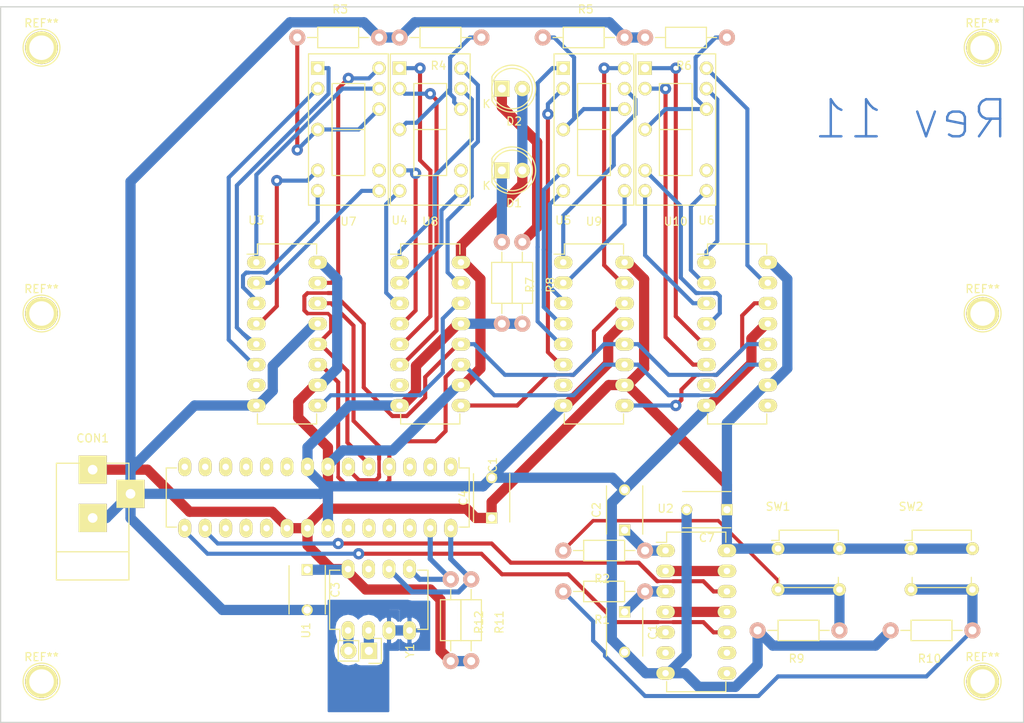
<source format=kicad_pcb>
(kicad_pcb (version 4) (host pcbnew "(2015-12-07 BZR 6352)-product")

  (general
    (links 121)
    (no_connects 0)
    (area -0.075001 -90.079 127.075001 0.075001)
    (thickness 1.6)
    (drawings 5)
    (tracks 513)
    (zones 0)
    (modules 40)
    (nets 85)
  )

  (page A4)
  (layers
    (0 F.Cu signal)
    (31 B.Cu signal)
    (32 B.Adhes user)
    (33 F.Adhes user)
    (34 B.Paste user)
    (35 F.Paste user)
    (36 B.SilkS user)
    (37 F.SilkS user)
    (38 B.Mask user)
    (39 F.Mask user)
    (40 Dwgs.User user)
    (41 Cmts.User user)
    (42 Eco1.User user)
    (43 Eco2.User user)
    (44 Edge.Cuts user)
    (45 Margin user)
    (46 B.CrtYd user)
    (47 F.CrtYd user)
    (48 B.Fab user)
    (49 F.Fab user)
  )

  (setup
    (last_trace_width 0.381)
    (user_trace_width 0.4318)
    (user_trace_width 0.508)
    (user_trace_width 0.635)
    (user_trace_width 1.27)
    (trace_clearance 0.254)
    (zone_clearance 0.762)
    (zone_45_only yes)
    (trace_min 0.2)
    (segment_width 0.2)
    (edge_width 0.15)
    (via_size 1.4)
    (via_drill 0.6)
    (via_min_size 0.4)
    (via_min_drill 0.3)
    (uvia_size 0.3)
    (uvia_drill 0.1)
    (uvias_allowed no)
    (uvia_min_size 0)
    (uvia_min_drill 0)
    (pcb_text_width 0.3)
    (pcb_text_size 1.5 1.5)
    (mod_edge_width 0.15)
    (mod_text_size 1 1)
    (mod_text_width 0.15)
    (pad_size 3.50012 3.50012)
    (pad_drill 1.2)
    (pad_to_mask_clearance 0.2)
    (aux_axis_origin 0 0)
    (visible_elements FFFFFF7F)
    (pcbplotparams
      (layerselection 0x01000_80000001)
      (usegerberextensions false)
      (excludeedgelayer true)
      (linewidth 0.100000)
      (plotframeref false)
      (viasonmask false)
      (mode 1)
      (useauxorigin false)
      (hpglpennumber 1)
      (hpglpenspeed 20)
      (hpglpendiameter 15)
      (hpglpenoverlay 2)
      (psnegative false)
      (psa4output false)
      (plotreference true)
      (plotvalue true)
      (plotinvisibletext false)
      (padsonsilk false)
      (subtractmaskfromsilk false)
      (outputformat 1)
      (mirror false)
      (drillshape 0)
      (scaleselection 1)
      (outputdirectory ""))
  )

  (net 0 "")
  (net 1 GND)
  (net 2 Latch)
  (net 3 SER)
  (net 4 Clock)
  (net 5 +5V)
  (net 6 "Net-(D1-Pad1)")
  (net 7 "Net-(D2-Pad1)")
  (net 8 "Net-(R3-Pad1)")
  (net 9 "Net-(R4-Pad1)")
  (net 10 "Net-(R5-Pad1)")
  (net 11 "Net-(R6-Pad1)")
  (net 12 "Net-(U3-Pad1)")
  (net 13 "Net-(U3-Pad2)")
  (net 14 "Net-(U3-Pad3)")
  (net 15 "Net-(U3-Pad4)")
  (net 16 "Net-(U3-Pad5)")
  (net 17 "Net-(U3-Pad6)")
  (net 18 "Net-(U3-Pad9)")
  (net 19 "Net-(U3-Pad15)")
  (net 20 "Net-(U4-Pad1)")
  (net 21 "Net-(U4-Pad2)")
  (net 22 "Net-(U4-Pad3)")
  (net 23 "Net-(U4-Pad4)")
  (net 24 "Net-(U4-Pad5)")
  (net 25 "Net-(U4-Pad6)")
  (net 26 "Net-(U4-Pad9)")
  (net 27 "Net-(U4-Pad15)")
  (net 28 "Net-(U5-Pad1)")
  (net 29 "Net-(U5-Pad2)")
  (net 30 "Net-(U5-Pad3)")
  (net 31 "Net-(U5-Pad4)")
  (net 32 "Net-(U5-Pad5)")
  (net 33 "Net-(U5-Pad6)")
  (net 34 "Net-(U5-Pad9)")
  (net 35 "Net-(U5-Pad15)")
  (net 36 "Net-(U10-Pad13)")
  (net 37 "Net-(U10-Pad8)")
  (net 38 "Net-(U10-Pad7)")
  (net 39 "Net-(U10-Pad6)")
  (net 40 "Net-(U10-Pad1)")
  (net 41 "Net-(U10-Pad2)")
  (net 42 "Net-(U10-Pad14)")
  (net 43 "Net-(C1-Pad1)")
  (net 44 "Net-(C2-Pad1)")
  (net 45 "Net-(IC1-Pad1)")
  (net 46 "Net-(IC1-Pad2)")
  (net 47 "Net-(IC1-Pad3)")
  (net 48 "Net-(IC1-Pad9)")
  (net 49 "Net-(IC1-Pad10)")
  (net 50 "Net-(IC1-Pad11)")
  (net 51 "Net-(IC1-Pad12)")
  (net 52 "Net-(IC1-Pad13)")
  (net 53 "Net-(IC1-Pad14)")
  (net 54 "Net-(IC1-Pad15)")
  (net 55 "Net-(IC1-Pad16)")
  (net 56 "Net-(IC1-Pad17)")
  (net 57 "Net-(IC1-Pad18)")
  (net 58 "Net-(IC1-Pad19)")
  (net 59 "Net-(IC1-Pad23)")
  (net 60 "Net-(IC1-Pad24)")
  (net 61 "Net-(IC1-Pad25)")
  (net 62 "Net-(IC1-Pad26)")
  (net 63 "Net-(IC1-Pad27)")
  (net 64 "Net-(IC1-Pad28)")
  (net 65 MinuteButton)
  (net 66 HourButton)
  (net 67 "Net-(U1-Pad1)")
  (net 68 "Net-(U1-Pad2)")
  (net 69 "Net-(U1-Pad7)")
  (net 70 "Net-(U2-Pad13)")
  (net 71 "Net-(U2-Pad11)")
  (net 72 "Net-(U2-Pad5)")
  (net 73 "Net-(U2-Pad6)")
  (net 74 "Net-(U2-Pad8)")
  (net 75 "Net-(U2-Pad9)")
  (net 76 "Net-(U3-Pad7)")
  (net 77 "Net-(U4-Pad7)")
  (net 78 "Net-(U5-Pad7)")
  (net 79 "Net-(U6-Pad7)")
  (net 80 "Net-(U6-Pad9)")
  (net 81 "Net-(U7-Pad9)")
  (net 82 "Net-(U8-Pad9)")
  (net 83 "Net-(U9-Pad9)")
  (net 84 "Net-(U10-Pad9)")

  (net_class Default "This is the default net class."
    (clearance 0.254)
    (trace_width 0.381)
    (via_dia 1.4)
    (via_drill 0.6)
    (uvia_dia 0.3)
    (uvia_drill 0.1)
    (add_net +5V)
    (add_net Clock)
    (add_net GND)
    (add_net HourButton)
    (add_net Latch)
    (add_net MinuteButton)
    (add_net "Net-(C1-Pad1)")
    (add_net "Net-(C2-Pad1)")
    (add_net "Net-(D1-Pad1)")
    (add_net "Net-(D2-Pad1)")
    (add_net "Net-(IC1-Pad1)")
    (add_net "Net-(IC1-Pad10)")
    (add_net "Net-(IC1-Pad11)")
    (add_net "Net-(IC1-Pad12)")
    (add_net "Net-(IC1-Pad13)")
    (add_net "Net-(IC1-Pad14)")
    (add_net "Net-(IC1-Pad15)")
    (add_net "Net-(IC1-Pad16)")
    (add_net "Net-(IC1-Pad17)")
    (add_net "Net-(IC1-Pad18)")
    (add_net "Net-(IC1-Pad19)")
    (add_net "Net-(IC1-Pad2)")
    (add_net "Net-(IC1-Pad23)")
    (add_net "Net-(IC1-Pad24)")
    (add_net "Net-(IC1-Pad25)")
    (add_net "Net-(IC1-Pad26)")
    (add_net "Net-(IC1-Pad27)")
    (add_net "Net-(IC1-Pad28)")
    (add_net "Net-(IC1-Pad3)")
    (add_net "Net-(IC1-Pad9)")
    (add_net "Net-(R3-Pad1)")
    (add_net "Net-(R4-Pad1)")
    (add_net "Net-(R5-Pad1)")
    (add_net "Net-(R6-Pad1)")
    (add_net "Net-(U1-Pad1)")
    (add_net "Net-(U1-Pad2)")
    (add_net "Net-(U1-Pad7)")
    (add_net "Net-(U10-Pad1)")
    (add_net "Net-(U10-Pad13)")
    (add_net "Net-(U10-Pad14)")
    (add_net "Net-(U10-Pad2)")
    (add_net "Net-(U10-Pad6)")
    (add_net "Net-(U10-Pad7)")
    (add_net "Net-(U10-Pad8)")
    (add_net "Net-(U10-Pad9)")
    (add_net "Net-(U2-Pad11)")
    (add_net "Net-(U2-Pad13)")
    (add_net "Net-(U2-Pad5)")
    (add_net "Net-(U2-Pad6)")
    (add_net "Net-(U2-Pad8)")
    (add_net "Net-(U2-Pad9)")
    (add_net "Net-(U3-Pad1)")
    (add_net "Net-(U3-Pad15)")
    (add_net "Net-(U3-Pad2)")
    (add_net "Net-(U3-Pad3)")
    (add_net "Net-(U3-Pad4)")
    (add_net "Net-(U3-Pad5)")
    (add_net "Net-(U3-Pad6)")
    (add_net "Net-(U3-Pad7)")
    (add_net "Net-(U3-Pad9)")
    (add_net "Net-(U4-Pad1)")
    (add_net "Net-(U4-Pad15)")
    (add_net "Net-(U4-Pad2)")
    (add_net "Net-(U4-Pad3)")
    (add_net "Net-(U4-Pad4)")
    (add_net "Net-(U4-Pad5)")
    (add_net "Net-(U4-Pad6)")
    (add_net "Net-(U4-Pad7)")
    (add_net "Net-(U4-Pad9)")
    (add_net "Net-(U5-Pad1)")
    (add_net "Net-(U5-Pad15)")
    (add_net "Net-(U5-Pad2)")
    (add_net "Net-(U5-Pad3)")
    (add_net "Net-(U5-Pad4)")
    (add_net "Net-(U5-Pad5)")
    (add_net "Net-(U5-Pad6)")
    (add_net "Net-(U5-Pad7)")
    (add_net "Net-(U5-Pad9)")
    (add_net "Net-(U6-Pad7)")
    (add_net "Net-(U6-Pad9)")
    (add_net "Net-(U7-Pad9)")
    (add_net "Net-(U8-Pad9)")
    (add_net "Net-(U9-Pad9)")
    (add_net SER)
  )

  (module Displays_7-Segment:MAN3640A (layer F.Cu) (tedit 0) (tstamp 5693ED23)
    (at 53.34 -73.66 270)
    (descr "Module for the MAN3640 7 segm display")
    (tags DIL)
    (path /56904BCF/569135CC)
    (fp_text reference U8 (at 11.43 0 360) (layer F.SilkS)
      (effects (font (size 1 1) (thickness 0.15)))
    )
    (fp_text value 7_segment (at -11.43 0 360) (layer F.Fab)
      (effects (font (size 1 1) (thickness 0.15)))
    )
    (fp_line (start 0 2.032) (end -5.715 2.032) (layer F.SilkS) (width 0.15))
    (fp_line (start -5.715 2.032) (end -5.715 -2.032) (layer F.SilkS) (width 0.15))
    (fp_line (start -5.715 -2.032) (end 5.715 -2.032) (layer F.SilkS) (width 0.15))
    (fp_line (start 5.715 -2.032) (end 5.715 2.032) (layer F.SilkS) (width 0.15))
    (fp_line (start 5.715 2.032) (end 0 2.032) (layer F.SilkS) (width 0.15))
    (fp_line (start 0 2.032) (end 0 -2.032) (layer F.SilkS) (width 0.15))
    (fp_line (start 9.398 4.953) (end 9.398 -4.953) (layer F.SilkS) (width 0.15))
    (fp_line (start 9.398 -4.953) (end -9.398 -4.953) (layer F.SilkS) (width 0.15))
    (fp_line (start -9.398 -4.953) (end -9.398 4.953) (layer F.SilkS) (width 0.15))
    (fp_line (start -9.398 4.953) (end 9.398 4.953) (layer F.SilkS) (width 0.15))
    (pad 1 thru_hole rect (at -7.62 3.81 270) (size 1.6764 1.6764) (drill 1.016) (layers *.Cu *.Mask F.SilkS)
      (net 24 "Net-(U4-Pad5)"))
    (pad 2 thru_hole circle (at -5.08 3.81 270) (size 1.6764 1.6764) (drill 1.016) (layers *.Cu *.Mask F.SilkS)
      (net 25 "Net-(U4-Pad6)"))
    (pad 4 thru_hole circle (at 0 3.81 270) (size 1.6764 1.6764) (drill 1.016) (layers *.Cu *.Mask F.SilkS)
      (net 9 "Net-(R4-Pad1)"))
    (pad 6 thru_hole circle (at 5.08 3.81 270) (size 1.6764 1.6764) (drill 1.016) (layers *.Cu *.Mask F.SilkS)
      (net 23 "Net-(U4-Pad4)"))
    (pad 7 thru_hole circle (at 7.62 3.81 270) (size 1.6764 1.6764) (drill 1.016) (layers *.Cu *.Mask F.SilkS)
      (net 22 "Net-(U4-Pad3)"))
    (pad 8 thru_hole circle (at 7.62 -3.81 270) (size 1.6764 1.6764) (drill 1.016) (layers *.Cu *.Mask F.SilkS)
      (net 21 "Net-(U4-Pad2)"))
    (pad 9 thru_hole circle (at 5.08 -3.81 270) (size 1.6764 1.6764) (drill 1.016) (layers *.Cu *.Mask F.SilkS)
      (net 82 "Net-(U8-Pad9)"))
    (pad 12 thru_hole circle (at -2.54 -3.81 270) (size 1.6764 1.6764) (drill 1.016) (layers *.Cu *.Mask F.SilkS)
      (net 9 "Net-(R4-Pad1)"))
    (pad 13 thru_hole circle (at -5.08 -3.81 270) (size 1.6764 1.6764) (drill 1.016) (layers *.Cu *.Mask F.SilkS)
      (net 20 "Net-(U4-Pad1)"))
    (pad 14 thru_hole circle (at -7.62 -3.81 270) (size 1.6764 1.6764) (drill 1.016) (layers *.Cu *.Mask F.SilkS)
      (net 27 "Net-(U4-Pad15)"))
    (model Displays_7-Segment.3dshapes/MAN3640A.wrl
      (at (xyz 0 0 0))
      (scale (xyz 1 1 1))
      (rotate (xyz 0 0 90))
    )
  )

  (module Connect:BARREL_JACK (layer F.Cu) (tedit 56B7877A) (tstamp 5693EAF6)
    (at 11.43 -25.19934 90)
    (descr "DC Barrel Jack")
    (tags "Power Jack")
    (path /5645F0EB)
    (fp_text reference CON1 (at 10.09904 0 180) (layer F.SilkS)
      (effects (font (size 1 1) (thickness 0.15)))
    )
    (fp_text value BARREL_JACK (at 0 -5.99948 90) (layer F.Fab)
      (effects (font (size 1 1) (thickness 0.15)))
    )
    (fp_line (start -4.0005 -4.50088) (end -4.0005 4.50088) (layer F.SilkS) (width 0.15))
    (fp_line (start -7.50062 -4.50088) (end -7.50062 4.50088) (layer F.SilkS) (width 0.15))
    (fp_line (start -7.50062 4.50088) (end 7.00024 4.50088) (layer F.SilkS) (width 0.15))
    (fp_line (start 7.00024 4.50088) (end 7.00024 -4.50088) (layer F.SilkS) (width 0.15))
    (fp_line (start 7.00024 -4.50088) (end -7.50062 -4.50088) (layer F.SilkS) (width 0.15))
    (pad 1 thru_hole rect (at 6.20014 0 90) (size 3.50012 3.50012) (drill 1.2) (layers *.Cu *.Mask F.SilkS)
      (net 5 +5V))
    (pad 2 thru_hole rect (at 0.20066 0 90) (size 3.50012 3.50012) (drill 1.2) (layers *.Cu *.Mask F.SilkS)
      (net 1 GND))
    (pad 3 thru_hole rect (at 3.2004 4.699 90) (size 3.50012 3.50012) (drill 1.2) (layers *.Cu *.Mask F.SilkS)
      (net 1 GND))
  )

  (module Housings_DIP:DIP-14_W7.62mm_LongPads (layer F.Cu) (tedit 54130A77) (tstamp 5693EC77)
    (at 82.55 -21.35)
    (descr "14-lead dip package, row spacing 7.62 mm (300 mils), longer pads")
    (tags "dil dip 2.54 300")
    (path /562B8511)
    (fp_text reference U2 (at 0 -5.22) (layer F.SilkS)
      (effects (font (size 1 1) (thickness 0.15)))
    )
    (fp_text value 74HC14 (at 0 -3.72) (layer F.Fab)
      (effects (font (size 1 1) (thickness 0.15)))
    )
    (fp_line (start -1.4 -2.45) (end -1.4 17.7) (layer F.CrtYd) (width 0.05))
    (fp_line (start 9 -2.45) (end 9 17.7) (layer F.CrtYd) (width 0.05))
    (fp_line (start -1.4 -2.45) (end 9 -2.45) (layer F.CrtYd) (width 0.05))
    (fp_line (start -1.4 17.7) (end 9 17.7) (layer F.CrtYd) (width 0.05))
    (fp_line (start 0.135 -2.295) (end 0.135 -1.025) (layer F.SilkS) (width 0.15))
    (fp_line (start 7.485 -2.295) (end 7.485 -1.025) (layer F.SilkS) (width 0.15))
    (fp_line (start 7.485 17.535) (end 7.485 16.265) (layer F.SilkS) (width 0.15))
    (fp_line (start 0.135 17.535) (end 0.135 16.265) (layer F.SilkS) (width 0.15))
    (fp_line (start 0.135 -2.295) (end 7.485 -2.295) (layer F.SilkS) (width 0.15))
    (fp_line (start 0.135 17.535) (end 7.485 17.535) (layer F.SilkS) (width 0.15))
    (fp_line (start 0.135 -1.025) (end -1.15 -1.025) (layer F.SilkS) (width 0.15))
    (pad 1 thru_hole oval (at 0 0) (size 2.3 1.6) (drill 0.8) (layers *.Cu *.Mask F.SilkS)
      (net 44 "Net-(C2-Pad1)"))
    (pad 2 thru_hole oval (at 0 2.54) (size 2.3 1.6) (drill 0.8) (layers *.Cu *.Mask F.SilkS)
      (net 70 "Net-(U2-Pad13)"))
    (pad 3 thru_hole oval (at 0 5.08) (size 2.3 1.6) (drill 0.8) (layers *.Cu *.Mask F.SilkS)
      (net 43 "Net-(C1-Pad1)"))
    (pad 4 thru_hole oval (at 0 7.62) (size 2.3 1.6) (drill 0.8) (layers *.Cu *.Mask F.SilkS)
      (net 71 "Net-(U2-Pad11)"))
    (pad 5 thru_hole oval (at 0 10.16) (size 2.3 1.6) (drill 0.8) (layers *.Cu *.Mask F.SilkS)
      (net 72 "Net-(U2-Pad5)"))
    (pad 6 thru_hole oval (at 0 12.7) (size 2.3 1.6) (drill 0.8) (layers *.Cu *.Mask F.SilkS)
      (net 73 "Net-(U2-Pad6)"))
    (pad 7 thru_hole oval (at 0 15.24) (size 2.3 1.6) (drill 0.8) (layers *.Cu *.Mask F.SilkS)
      (net 1 GND))
    (pad 8 thru_hole oval (at 7.62 15.24) (size 2.3 1.6) (drill 0.8) (layers *.Cu *.Mask F.SilkS)
      (net 74 "Net-(U2-Pad8)"))
    (pad 9 thru_hole oval (at 7.62 12.7) (size 2.3 1.6) (drill 0.8) (layers *.Cu *.Mask F.SilkS)
      (net 75 "Net-(U2-Pad9)"))
    (pad 10 thru_hole oval (at 7.62 10.16) (size 2.3 1.6) (drill 0.8) (layers *.Cu *.Mask F.SilkS)
      (net 54 "Net-(IC1-Pad15)"))
    (pad 11 thru_hole oval (at 7.62 7.62) (size 2.3 1.6) (drill 0.8) (layers *.Cu *.Mask F.SilkS)
      (net 71 "Net-(U2-Pad11)"))
    (pad 12 thru_hole oval (at 7.62 5.08) (size 2.3 1.6) (drill 0.8) (layers *.Cu *.Mask F.SilkS)
      (net 55 "Net-(IC1-Pad16)"))
    (pad 13 thru_hole oval (at 7.62 2.54) (size 2.3 1.6) (drill 0.8) (layers *.Cu *.Mask F.SilkS)
      (net 70 "Net-(U2-Pad13)"))
    (pad 14 thru_hole oval (at 7.62 0) (size 2.3 1.6) (drill 0.8) (layers *.Cu *.Mask F.SilkS)
      (net 5 +5V))
    (model Housings_DIP.3dshapes/DIP-14_W7.62mm_LongPads.wrl
      (at (xyz 0 0 0))
      (scale (xyz 1 1 1))
      (rotate (xyz 0 0 0))
    )
  )

  (module Displays_7-Segment:MAN3640A (layer F.Cu) (tedit 0) (tstamp 5693ED53)
    (at 83.82 -73.66 270)
    (descr "Module for the MAN3640 7 segm display")
    (tags DIL)
    (path /56904BCF/569136D1)
    (fp_text reference U10 (at 11.43 0 360) (layer F.SilkS)
      (effects (font (size 1 1) (thickness 0.15)))
    )
    (fp_text value 7_segment (at -11.43 0 360) (layer F.Fab)
      (effects (font (size 1 1) (thickness 0.15)))
    )
    (fp_line (start 0 2.032) (end -5.715 2.032) (layer F.SilkS) (width 0.15))
    (fp_line (start -5.715 2.032) (end -5.715 -2.032) (layer F.SilkS) (width 0.15))
    (fp_line (start -5.715 -2.032) (end 5.715 -2.032) (layer F.SilkS) (width 0.15))
    (fp_line (start 5.715 -2.032) (end 5.715 2.032) (layer F.SilkS) (width 0.15))
    (fp_line (start 5.715 2.032) (end 0 2.032) (layer F.SilkS) (width 0.15))
    (fp_line (start 0 2.032) (end 0 -2.032) (layer F.SilkS) (width 0.15))
    (fp_line (start 9.398 4.953) (end 9.398 -4.953) (layer F.SilkS) (width 0.15))
    (fp_line (start 9.398 -4.953) (end -9.398 -4.953) (layer F.SilkS) (width 0.15))
    (fp_line (start -9.398 -4.953) (end -9.398 4.953) (layer F.SilkS) (width 0.15))
    (fp_line (start -9.398 4.953) (end 9.398 4.953) (layer F.SilkS) (width 0.15))
    (pad 1 thru_hole rect (at -7.62 3.81 270) (size 1.6764 1.6764) (drill 1.016) (layers *.Cu *.Mask F.SilkS)
      (net 40 "Net-(U10-Pad1)"))
    (pad 2 thru_hole circle (at -5.08 3.81 270) (size 1.6764 1.6764) (drill 1.016) (layers *.Cu *.Mask F.SilkS)
      (net 41 "Net-(U10-Pad2)"))
    (pad 4 thru_hole circle (at 0 3.81 270) (size 1.6764 1.6764) (drill 1.016) (layers *.Cu *.Mask F.SilkS)
      (net 11 "Net-(R6-Pad1)"))
    (pad 6 thru_hole circle (at 5.08 3.81 270) (size 1.6764 1.6764) (drill 1.016) (layers *.Cu *.Mask F.SilkS)
      (net 39 "Net-(U10-Pad6)"))
    (pad 7 thru_hole circle (at 7.62 3.81 270) (size 1.6764 1.6764) (drill 1.016) (layers *.Cu *.Mask F.SilkS)
      (net 38 "Net-(U10-Pad7)"))
    (pad 8 thru_hole circle (at 7.62 -3.81 270) (size 1.6764 1.6764) (drill 1.016) (layers *.Cu *.Mask F.SilkS)
      (net 37 "Net-(U10-Pad8)"))
    (pad 9 thru_hole circle (at 5.08 -3.81 270) (size 1.6764 1.6764) (drill 1.016) (layers *.Cu *.Mask F.SilkS)
      (net 84 "Net-(U10-Pad9)"))
    (pad 12 thru_hole circle (at -2.54 -3.81 270) (size 1.6764 1.6764) (drill 1.016) (layers *.Cu *.Mask F.SilkS)
      (net 11 "Net-(R6-Pad1)"))
    (pad 13 thru_hole circle (at -5.08 -3.81 270) (size 1.6764 1.6764) (drill 1.016) (layers *.Cu *.Mask F.SilkS)
      (net 36 "Net-(U10-Pad13)"))
    (pad 14 thru_hole circle (at -7.62 -3.81 270) (size 1.6764 1.6764) (drill 1.016) (layers *.Cu *.Mask F.SilkS)
      (net 42 "Net-(U10-Pad14)"))
    (model Displays_7-Segment.3dshapes/MAN3640A.wrl
      (at (xyz 0 0 0))
      (scale (xyz 1 1 1))
      (rotate (xyz 0 0 90))
    )
  )

  (module Housings_DIP:DIP-16_W7.62mm_LongPads (layer F.Cu) (tedit 54130A77) (tstamp 5693EC96)
    (at 31.75 -57.15)
    (descr "16-lead dip package, row spacing 7.62 mm (300 mils), longer pads")
    (tags "dil dip 2.54 300")
    (path /56904BCF/569054C1)
    (fp_text reference U3 (at 0 -5.22) (layer F.SilkS)
      (effects (font (size 1 1) (thickness 0.15)))
    )
    (fp_text value 74HC595 (at 0 -3.72) (layer F.Fab)
      (effects (font (size 1 1) (thickness 0.15)))
    )
    (fp_line (start -1.4 -2.45) (end -1.4 20.25) (layer F.CrtYd) (width 0.05))
    (fp_line (start 9 -2.45) (end 9 20.25) (layer F.CrtYd) (width 0.05))
    (fp_line (start -1.4 -2.45) (end 9 -2.45) (layer F.CrtYd) (width 0.05))
    (fp_line (start -1.4 20.25) (end 9 20.25) (layer F.CrtYd) (width 0.05))
    (fp_line (start 0.135 -2.295) (end 0.135 -1.025) (layer F.SilkS) (width 0.15))
    (fp_line (start 7.485 -2.295) (end 7.485 -1.025) (layer F.SilkS) (width 0.15))
    (fp_line (start 7.485 20.075) (end 7.485 18.805) (layer F.SilkS) (width 0.15))
    (fp_line (start 0.135 20.075) (end 0.135 18.805) (layer F.SilkS) (width 0.15))
    (fp_line (start 0.135 -2.295) (end 7.485 -2.295) (layer F.SilkS) (width 0.15))
    (fp_line (start 0.135 20.075) (end 7.485 20.075) (layer F.SilkS) (width 0.15))
    (fp_line (start 0.135 -1.025) (end -1.15 -1.025) (layer F.SilkS) (width 0.15))
    (pad 1 thru_hole oval (at 0 0) (size 2.3 1.6) (drill 0.8) (layers *.Cu *.Mask F.SilkS)
      (net 12 "Net-(U3-Pad1)"))
    (pad 2 thru_hole oval (at 0 2.54) (size 2.3 1.6) (drill 0.8) (layers *.Cu *.Mask F.SilkS)
      (net 13 "Net-(U3-Pad2)"))
    (pad 3 thru_hole oval (at 0 5.08) (size 2.3 1.6) (drill 0.8) (layers *.Cu *.Mask F.SilkS)
      (net 14 "Net-(U3-Pad3)"))
    (pad 4 thru_hole oval (at 0 7.62) (size 2.3 1.6) (drill 0.8) (layers *.Cu *.Mask F.SilkS)
      (net 15 "Net-(U3-Pad4)"))
    (pad 5 thru_hole oval (at 0 10.16) (size 2.3 1.6) (drill 0.8) (layers *.Cu *.Mask F.SilkS)
      (net 16 "Net-(U3-Pad5)"))
    (pad 6 thru_hole oval (at 0 12.7) (size 2.3 1.6) (drill 0.8) (layers *.Cu *.Mask F.SilkS)
      (net 17 "Net-(U3-Pad6)"))
    (pad 7 thru_hole oval (at 0 15.24) (size 2.3 1.6) (drill 0.8) (layers *.Cu *.Mask F.SilkS)
      (net 76 "Net-(U3-Pad7)"))
    (pad 8 thru_hole oval (at 0 17.78) (size 2.3 1.6) (drill 0.8) (layers *.Cu *.Mask F.SilkS)
      (net 1 GND))
    (pad 9 thru_hole oval (at 7.62 17.78) (size 2.3 1.6) (drill 0.8) (layers *.Cu *.Mask F.SilkS)
      (net 18 "Net-(U3-Pad9)"))
    (pad 10 thru_hole oval (at 7.62 15.24) (size 2.3 1.6) (drill 0.8) (layers *.Cu *.Mask F.SilkS)
      (net 5 +5V))
    (pad 11 thru_hole oval (at 7.62 12.7) (size 2.3 1.6) (drill 0.8) (layers *.Cu *.Mask F.SilkS)
      (net 4 Clock))
    (pad 12 thru_hole oval (at 7.62 10.16) (size 2.3 1.6) (drill 0.8) (layers *.Cu *.Mask F.SilkS)
      (net 2 Latch))
    (pad 13 thru_hole oval (at 7.62 7.62) (size 2.3 1.6) (drill 0.8) (layers *.Cu *.Mask F.SilkS)
      (net 1 GND))
    (pad 14 thru_hole oval (at 7.62 5.08) (size 2.3 1.6) (drill 0.8) (layers *.Cu *.Mask F.SilkS)
      (net 3 SER))
    (pad 15 thru_hole oval (at 7.62 2.54) (size 2.3 1.6) (drill 0.8) (layers *.Cu *.Mask F.SilkS)
      (net 19 "Net-(U3-Pad15)"))
    (pad 16 thru_hole oval (at 7.62 0) (size 2.3 1.6) (drill 0.8) (layers *.Cu *.Mask F.SilkS)
      (net 5 +5V))
    (model Housings_DIP.3dshapes/DIP-16_W7.62mm_LongPads.wrl
      (at (xyz 0 0 0))
      (scale (xyz 1 1 1))
      (rotate (xyz 0 0 0))
    )
  )

  (module Capacitors_ThroughHole:C_Disc_D6_P5 (layer F.Cu) (tedit 0) (tstamp 5693EAAE)
    (at 77.47 -13.73 270)
    (descr "Capacitor 6mm Disc, Pitch 5mm")
    (tags Capacitor)
    (path /562C30E3)
    (fp_text reference C1 (at 2.5 -3.5 270) (layer F.SilkS)
      (effects (font (size 1 1) (thickness 0.15)))
    )
    (fp_text value .47u (at 2.5 3.5 270) (layer F.Fab)
      (effects (font (size 1 1) (thickness 0.15)))
    )
    (fp_line (start -0.95 -2.5) (end 5.95 -2.5) (layer F.CrtYd) (width 0.05))
    (fp_line (start 5.95 -2.5) (end 5.95 2.5) (layer F.CrtYd) (width 0.05))
    (fp_line (start 5.95 2.5) (end -0.95 2.5) (layer F.CrtYd) (width 0.05))
    (fp_line (start -0.95 2.5) (end -0.95 -2.5) (layer F.CrtYd) (width 0.05))
    (fp_line (start -0.5 -2.25) (end 5.5 -2.25) (layer F.SilkS) (width 0.15))
    (fp_line (start 5.5 2.25) (end -0.5 2.25) (layer F.SilkS) (width 0.15))
    (pad 1 thru_hole rect (at 0 0 270) (size 1.4 1.4) (drill 0.9) (layers *.Cu *.Mask F.SilkS)
      (net 43 "Net-(C1-Pad1)"))
    (pad 2 thru_hole circle (at 5 0 270) (size 1.4 1.4) (drill 0.9) (layers *.Cu *.Mask F.SilkS)
      (net 1 GND))
    (model Capacitors_ThroughHole.3dshapes/C_Disc_D6_P5.wrl
      (at (xyz 0.0984252 0 0))
      (scale (xyz 1 1 1))
      (rotate (xyz 0 0 0))
    )
  )

  (module Capacitors_ThroughHole:C_Disc_D6_P5 (layer F.Cu) (tedit 0) (tstamp 5693EABA)
    (at 77.47 -23.89 90)
    (descr "Capacitor 6mm Disc, Pitch 5mm")
    (tags Capacitor)
    (path /562C315C)
    (fp_text reference C2 (at 2.5 -3.5 90) (layer F.SilkS)
      (effects (font (size 1 1) (thickness 0.15)))
    )
    (fp_text value .47u (at 2.5 3.5 90) (layer F.Fab)
      (effects (font (size 1 1) (thickness 0.15)))
    )
    (fp_line (start -0.95 -2.5) (end 5.95 -2.5) (layer F.CrtYd) (width 0.05))
    (fp_line (start 5.95 -2.5) (end 5.95 2.5) (layer F.CrtYd) (width 0.05))
    (fp_line (start 5.95 2.5) (end -0.95 2.5) (layer F.CrtYd) (width 0.05))
    (fp_line (start -0.95 2.5) (end -0.95 -2.5) (layer F.CrtYd) (width 0.05))
    (fp_line (start -0.5 -2.25) (end 5.5 -2.25) (layer F.SilkS) (width 0.15))
    (fp_line (start 5.5 2.25) (end -0.5 2.25) (layer F.SilkS) (width 0.15))
    (pad 1 thru_hole rect (at 0 0 90) (size 1.4 1.4) (drill 0.9) (layers *.Cu *.Mask F.SilkS)
      (net 44 "Net-(C2-Pad1)"))
    (pad 2 thru_hole circle (at 5 0 90) (size 1.4 1.4) (drill 0.9) (layers *.Cu *.Mask F.SilkS)
      (net 1 GND))
    (model Capacitors_ThroughHole.3dshapes/C_Disc_D6_P5.wrl
      (at (xyz 0.0984252 0 0))
      (scale (xyz 1 1 1))
      (rotate (xyz 0 0 0))
    )
  )

  (module Capacitors_ThroughHole:C_Disc_D6_P5 (layer F.Cu) (tedit 0) (tstamp 5693EAC6)
    (at 38.06 -18.97 270)
    (descr "Capacitor 6mm Disc, Pitch 5mm")
    (tags Capacitor)
    (path /562C65EB)
    (fp_text reference C3 (at 2.5 -3.5 270) (layer F.SilkS)
      (effects (font (size 1 1) (thickness 0.15)))
    )
    (fp_text value .1u (at 2.5 3.5 270) (layer F.Fab)
      (effects (font (size 1 1) (thickness 0.15)))
    )
    (fp_line (start -0.95 -2.5) (end 5.95 -2.5) (layer F.CrtYd) (width 0.05))
    (fp_line (start 5.95 -2.5) (end 5.95 2.5) (layer F.CrtYd) (width 0.05))
    (fp_line (start 5.95 2.5) (end -0.95 2.5) (layer F.CrtYd) (width 0.05))
    (fp_line (start -0.95 2.5) (end -0.95 -2.5) (layer F.CrtYd) (width 0.05))
    (fp_line (start -0.5 -2.25) (end 5.5 -2.25) (layer F.SilkS) (width 0.15))
    (fp_line (start 5.5 2.25) (end -0.5 2.25) (layer F.SilkS) (width 0.15))
    (pad 1 thru_hole rect (at 0 0 270) (size 1.4 1.4) (drill 0.9) (layers *.Cu *.Mask F.SilkS)
      (net 5 +5V))
    (pad 2 thru_hole circle (at 5 0 270) (size 1.4 1.4) (drill 0.9) (layers *.Cu *.Mask F.SilkS)
      (net 1 GND))
    (model Capacitors_ThroughHole.3dshapes/C_Disc_D6_P5.wrl
      (at (xyz 0.0984252 0 0))
      (scale (xyz 1 1 1))
      (rotate (xyz 0 0 0))
    )
  )

  (module Capacitors_ThroughHole:C_Disc_D6_P5 (layer F.Cu) (tedit 0) (tstamp 5693EAD2)
    (at 60.96 -25.4 90)
    (descr "Capacitor 6mm Disc, Pitch 5mm")
    (tags Capacitor)
    (path /562C5DF6)
    (fp_text reference C4 (at 2.5 -3.5 90) (layer F.SilkS)
      (effects (font (size 1 1) (thickness 0.15)))
    )
    (fp_text value .1u (at 2.5 3.5 90) (layer F.Fab)
      (effects (font (size 1 1) (thickness 0.15)))
    )
    (fp_line (start -0.95 -2.5) (end 5.95 -2.5) (layer F.CrtYd) (width 0.05))
    (fp_line (start 5.95 -2.5) (end 5.95 2.5) (layer F.CrtYd) (width 0.05))
    (fp_line (start 5.95 2.5) (end -0.95 2.5) (layer F.CrtYd) (width 0.05))
    (fp_line (start -0.95 2.5) (end -0.95 -2.5) (layer F.CrtYd) (width 0.05))
    (fp_line (start -0.5 -2.25) (end 5.5 -2.25) (layer F.SilkS) (width 0.15))
    (fp_line (start 5.5 2.25) (end -0.5 2.25) (layer F.SilkS) (width 0.15))
    (pad 1 thru_hole rect (at 0 0 90) (size 1.4 1.4) (drill 0.9) (layers *.Cu *.Mask F.SilkS)
      (net 5 +5V))
    (pad 2 thru_hole circle (at 5 0 90) (size 1.4 1.4) (drill 0.9) (layers *.Cu *.Mask F.SilkS)
      (net 1 GND))
    (model Capacitors_ThroughHole.3dshapes/C_Disc_D6_P5.wrl
      (at (xyz 0.0984252 0 0))
      (scale (xyz 1 1 1))
      (rotate (xyz 0 0 0))
    )
  )

  (module Capacitors_ThroughHole:C_Disc_D6_P5 (layer F.Cu) (tedit 0) (tstamp 5693EAEA)
    (at 90.17 -26.43 180)
    (descr "Capacitor 6mm Disc, Pitch 5mm")
    (tags Capacitor)
    (path /562C6912)
    (fp_text reference C7 (at 2.5 -3.5 180) (layer F.SilkS)
      (effects (font (size 1 1) (thickness 0.15)))
    )
    (fp_text value .1u (at 2.5 3.5 180) (layer F.Fab)
      (effects (font (size 1 1) (thickness 0.15)))
    )
    (fp_line (start -0.95 -2.5) (end 5.95 -2.5) (layer F.CrtYd) (width 0.05))
    (fp_line (start 5.95 -2.5) (end 5.95 2.5) (layer F.CrtYd) (width 0.05))
    (fp_line (start 5.95 2.5) (end -0.95 2.5) (layer F.CrtYd) (width 0.05))
    (fp_line (start -0.95 2.5) (end -0.95 -2.5) (layer F.CrtYd) (width 0.05))
    (fp_line (start -0.5 -2.25) (end 5.5 -2.25) (layer F.SilkS) (width 0.15))
    (fp_line (start 5.5 2.25) (end -0.5 2.25) (layer F.SilkS) (width 0.15))
    (pad 1 thru_hole rect (at 0 0 180) (size 1.4 1.4) (drill 0.9) (layers *.Cu *.Mask F.SilkS)
      (net 5 +5V))
    (pad 2 thru_hole circle (at 5 0 180) (size 1.4 1.4) (drill 0.9) (layers *.Cu *.Mask F.SilkS)
      (net 1 GND))
    (model Capacitors_ThroughHole.3dshapes/C_Disc_D6_P5.wrl
      (at (xyz 0.0984252 0 0))
      (scale (xyz 1 1 1))
      (rotate (xyz 0 0 0))
    )
  )

  (module LEDs:LED-5MM (layer F.Cu) (tedit 5570F7EA) (tstamp 5693EB02)
    (at 62.23 -68.58)
    (descr "LED 5mm round vertical")
    (tags "LED 5mm round vertical")
    (path /56904BCF/56918591)
    (fp_text reference D1 (at 1.524 4.064) (layer F.SilkS)
      (effects (font (size 1 1) (thickness 0.15)))
    )
    (fp_text value LED (at 1.524 -3.937) (layer F.Fab)
      (effects (font (size 1 1) (thickness 0.15)))
    )
    (fp_line (start -1.5 -1.55) (end -1.5 1.55) (layer F.CrtYd) (width 0.05))
    (fp_arc (start 1.3 0) (end -1.5 1.55) (angle -302) (layer F.CrtYd) (width 0.05))
    (fp_arc (start 1.27 0) (end -1.23 -1.5) (angle 297.5) (layer F.SilkS) (width 0.15))
    (fp_line (start -1.23 1.5) (end -1.23 -1.5) (layer F.SilkS) (width 0.15))
    (fp_circle (center 1.27 0) (end 0.97 -2.5) (layer F.SilkS) (width 0.15))
    (fp_text user K (at -1.905 1.905) (layer F.SilkS)
      (effects (font (size 1 1) (thickness 0.15)))
    )
    (pad 1 thru_hole rect (at 0 0 90) (size 2 1.9) (drill 1.00076) (layers *.Cu *.Mask F.SilkS)
      (net 6 "Net-(D1-Pad1)"))
    (pad 2 thru_hole circle (at 2.54 0) (size 1.9 1.9) (drill 1.00076) (layers *.Cu *.Mask F.SilkS)
      (net 5 +5V))
    (model LEDs.3dshapes/LED-5MM.wrl
      (at (xyz 0.05 0 0))
      (scale (xyz 1 1 1))
      (rotate (xyz 0 0 90))
    )
  )

  (module LEDs:LED-5MM (layer F.Cu) (tedit 5570F7EA) (tstamp 5693EB0E)
    (at 62.23 -78.74)
    (descr "LED 5mm round vertical")
    (tags "LED 5mm round vertical")
    (path /56904BCF/5691865C)
    (fp_text reference D2 (at 1.524 4.064) (layer F.SilkS)
      (effects (font (size 1 1) (thickness 0.15)))
    )
    (fp_text value LED (at 1.524 -3.937) (layer F.Fab)
      (effects (font (size 1 1) (thickness 0.15)))
    )
    (fp_line (start -1.5 -1.55) (end -1.5 1.55) (layer F.CrtYd) (width 0.05))
    (fp_arc (start 1.3 0) (end -1.5 1.55) (angle -302) (layer F.CrtYd) (width 0.05))
    (fp_arc (start 1.27 0) (end -1.23 -1.5) (angle 297.5) (layer F.SilkS) (width 0.15))
    (fp_line (start -1.23 1.5) (end -1.23 -1.5) (layer F.SilkS) (width 0.15))
    (fp_circle (center 1.27 0) (end 0.97 -2.5) (layer F.SilkS) (width 0.15))
    (fp_text user K (at -1.905 1.905) (layer F.SilkS)
      (effects (font (size 1 1) (thickness 0.15)))
    )
    (pad 1 thru_hole rect (at 0 0 90) (size 2 1.9) (drill 1.00076) (layers *.Cu *.Mask F.SilkS)
      (net 7 "Net-(D2-Pad1)"))
    (pad 2 thru_hole circle (at 2.54 0) (size 1.9 1.9) (drill 1.00076) (layers *.Cu *.Mask F.SilkS)
      (net 5 +5V))
    (model LEDs.3dshapes/LED-5MM.wrl
      (at (xyz 0.05 0 0))
      (scale (xyz 1 1 1))
      (rotate (xyz 0 0 90))
    )
  )

  (module Housings_DIP:DIP-28_W7.62mm_LongPads (layer F.Cu) (tedit 54130A77) (tstamp 5693EB39)
    (at 55.88 -31.75 270)
    (descr "28-lead dip package, row spacing 7.62 mm (300 mils), longer pads")
    (tags "dil dip 2.54 300")
    (path /562B8421)
    (fp_text reference IC1 (at 0 -5.22 270) (layer F.SilkS)
      (effects (font (size 1 1) (thickness 0.15)))
    )
    (fp_text value ATMEGA328P-P (at 0 -3.72 270) (layer F.Fab)
      (effects (font (size 1 1) (thickness 0.15)))
    )
    (fp_line (start -1.4 -2.45) (end -1.4 35.5) (layer F.CrtYd) (width 0.05))
    (fp_line (start 9 -2.45) (end 9 35.5) (layer F.CrtYd) (width 0.05))
    (fp_line (start -1.4 -2.45) (end 9 -2.45) (layer F.CrtYd) (width 0.05))
    (fp_line (start -1.4 35.5) (end 9 35.5) (layer F.CrtYd) (width 0.05))
    (fp_line (start 0.135 -2.295) (end 0.135 -1.025) (layer F.SilkS) (width 0.15))
    (fp_line (start 7.485 -2.295) (end 7.485 -1.025) (layer F.SilkS) (width 0.15))
    (fp_line (start 7.485 35.315) (end 7.485 34.045) (layer F.SilkS) (width 0.15))
    (fp_line (start 0.135 35.315) (end 0.135 34.045) (layer F.SilkS) (width 0.15))
    (fp_line (start 0.135 -2.295) (end 7.485 -2.295) (layer F.SilkS) (width 0.15))
    (fp_line (start 0.135 35.315) (end 7.485 35.315) (layer F.SilkS) (width 0.15))
    (fp_line (start 0.135 -1.025) (end -1.15 -1.025) (layer F.SilkS) (width 0.15))
    (pad 1 thru_hole oval (at 0 0 270) (size 2.3 1.6) (drill 0.8) (layers *.Cu *.Mask F.SilkS)
      (net 45 "Net-(IC1-Pad1)"))
    (pad 2 thru_hole oval (at 0 2.54 270) (size 2.3 1.6) (drill 0.8) (layers *.Cu *.Mask F.SilkS)
      (net 46 "Net-(IC1-Pad2)"))
    (pad 3 thru_hole oval (at 0 5.08 270) (size 2.3 1.6) (drill 0.8) (layers *.Cu *.Mask F.SilkS)
      (net 47 "Net-(IC1-Pad3)"))
    (pad 4 thru_hole oval (at 0 7.62 270) (size 2.3 1.6) (drill 0.8) (layers *.Cu *.Mask F.SilkS)
      (net 4 Clock))
    (pad 5 thru_hole oval (at 0 10.16 270) (size 2.3 1.6) (drill 0.8) (layers *.Cu *.Mask F.SilkS)
      (net 2 Latch))
    (pad 6 thru_hole oval (at 0 12.7 270) (size 2.3 1.6) (drill 0.8) (layers *.Cu *.Mask F.SilkS)
      (net 3 SER))
    (pad 7 thru_hole oval (at 0 15.24 270) (size 2.3 1.6) (drill 0.8) (layers *.Cu *.Mask F.SilkS)
      (net 5 +5V))
    (pad 8 thru_hole oval (at 0 17.78 270) (size 2.3 1.6) (drill 0.8) (layers *.Cu *.Mask F.SilkS)
      (net 1 GND))
    (pad 9 thru_hole oval (at 0 20.32 270) (size 2.3 1.6) (drill 0.8) (layers *.Cu *.Mask F.SilkS)
      (net 48 "Net-(IC1-Pad9)"))
    (pad 10 thru_hole oval (at 0 22.86 270) (size 2.3 1.6) (drill 0.8) (layers *.Cu *.Mask F.SilkS)
      (net 49 "Net-(IC1-Pad10)"))
    (pad 11 thru_hole oval (at 0 25.4 270) (size 2.3 1.6) (drill 0.8) (layers *.Cu *.Mask F.SilkS)
      (net 50 "Net-(IC1-Pad11)"))
    (pad 12 thru_hole oval (at 0 27.94 270) (size 2.3 1.6) (drill 0.8) (layers *.Cu *.Mask F.SilkS)
      (net 51 "Net-(IC1-Pad12)"))
    (pad 13 thru_hole oval (at 0 30.48 270) (size 2.3 1.6) (drill 0.8) (layers *.Cu *.Mask F.SilkS)
      (net 52 "Net-(IC1-Pad13)"))
    (pad 14 thru_hole oval (at 0 33.02 270) (size 2.3 1.6) (drill 0.8) (layers *.Cu *.Mask F.SilkS)
      (net 53 "Net-(IC1-Pad14)"))
    (pad 15 thru_hole oval (at 7.62 33.02 270) (size 2.3 1.6) (drill 0.8) (layers *.Cu *.Mask F.SilkS)
      (net 54 "Net-(IC1-Pad15)"))
    (pad 16 thru_hole oval (at 7.62 30.48 270) (size 2.3 1.6) (drill 0.8) (layers *.Cu *.Mask F.SilkS)
      (net 55 "Net-(IC1-Pad16)"))
    (pad 17 thru_hole oval (at 7.62 27.94 270) (size 2.3 1.6) (drill 0.8) (layers *.Cu *.Mask F.SilkS)
      (net 56 "Net-(IC1-Pad17)"))
    (pad 18 thru_hole oval (at 7.62 25.4 270) (size 2.3 1.6) (drill 0.8) (layers *.Cu *.Mask F.SilkS)
      (net 57 "Net-(IC1-Pad18)"))
    (pad 19 thru_hole oval (at 7.62 22.86 270) (size 2.3 1.6) (drill 0.8) (layers *.Cu *.Mask F.SilkS)
      (net 58 "Net-(IC1-Pad19)"))
    (pad 20 thru_hole oval (at 7.62 20.32 270) (size 2.3 1.6) (drill 0.8) (layers *.Cu *.Mask F.SilkS)
      (net 5 +5V))
    (pad 21 thru_hole oval (at 7.62 17.78 270) (size 2.3 1.6) (drill 0.8) (layers *.Cu *.Mask F.SilkS)
      (net 5 +5V))
    (pad 22 thru_hole oval (at 7.62 15.24 270) (size 2.3 1.6) (drill 0.8) (layers *.Cu *.Mask F.SilkS)
      (net 1 GND))
    (pad 23 thru_hole oval (at 7.62 12.7 270) (size 2.3 1.6) (drill 0.8) (layers *.Cu *.Mask F.SilkS)
      (net 59 "Net-(IC1-Pad23)"))
    (pad 24 thru_hole oval (at 7.62 10.16 270) (size 2.3 1.6) (drill 0.8) (layers *.Cu *.Mask F.SilkS)
      (net 60 "Net-(IC1-Pad24)"))
    (pad 25 thru_hole oval (at 7.62 7.62 270) (size 2.3 1.6) (drill 0.8) (layers *.Cu *.Mask F.SilkS)
      (net 61 "Net-(IC1-Pad25)"))
    (pad 26 thru_hole oval (at 7.62 5.08 270) (size 2.3 1.6) (drill 0.8) (layers *.Cu *.Mask F.SilkS)
      (net 62 "Net-(IC1-Pad26)"))
    (pad 27 thru_hole oval (at 7.62 2.54 270) (size 2.3 1.6) (drill 0.8) (layers *.Cu *.Mask F.SilkS)
      (net 63 "Net-(IC1-Pad27)"))
    (pad 28 thru_hole oval (at 7.62 0 270) (size 2.3 1.6) (drill 0.8) (layers *.Cu *.Mask F.SilkS)
      (net 64 "Net-(IC1-Pad28)"))
    (model Housings_DIP.3dshapes/DIP-28_W7.62mm_LongPads.wrl
      (at (xyz 0 0 0))
      (scale (xyz 1 1 1))
      (rotate (xyz 0 0 0))
    )
  )

  (module Resistors_ThroughHole:Resistor_Horizontal_RM10mm (layer F.Cu) (tedit 53F56209) (tstamp 5693EBC7)
    (at 74.93 -16.27 180)
    (descr "Resistor, Axial,  RM 10mm, 1/3W,")
    (tags "Resistor, Axial, RM 10mm, 1/3W,")
    (path /562C2F69)
    (fp_text reference R1 (at 0.24892 -3.50012 180) (layer F.SilkS)
      (effects (font (size 1 1) (thickness 0.15)))
    )
    (fp_text value 1k2 (at 3.81 3.81 180) (layer F.Fab)
      (effects (font (size 1 1) (thickness 0.15)))
    )
    (fp_line (start -2.54 -1.27) (end 2.54 -1.27) (layer F.SilkS) (width 0.15))
    (fp_line (start 2.54 -1.27) (end 2.54 1.27) (layer F.SilkS) (width 0.15))
    (fp_line (start 2.54 1.27) (end -2.54 1.27) (layer F.SilkS) (width 0.15))
    (fp_line (start -2.54 1.27) (end -2.54 -1.27) (layer F.SilkS) (width 0.15))
    (fp_line (start -2.54 0) (end -3.81 0) (layer F.SilkS) (width 0.15))
    (fp_line (start 2.54 0) (end 3.81 0) (layer F.SilkS) (width 0.15))
    (pad 1 thru_hole circle (at -5.08 0 180) (size 1.99898 1.99898) (drill 1.00076) (layers *.Cu *.SilkS *.Mask)
      (net 43 "Net-(C1-Pad1)"))
    (pad 2 thru_hole circle (at 5.08 0 180) (size 1.99898 1.99898) (drill 1.00076) (layers *.Cu *.SilkS *.Mask)
      (net 65 MinuteButton))
    (model Resistors_ThroughHole.3dshapes/Resistor_Horizontal_RM10mm.wrl
      (at (xyz 0 0 0))
      (scale (xyz 0.4 0.4 0.4))
      (rotate (xyz 0 0 0))
    )
  )

  (module Resistors_ThroughHole:Resistor_Horizontal_RM10mm (layer F.Cu) (tedit 53F56209) (tstamp 5693EBD3)
    (at 74.93 -21.35 180)
    (descr "Resistor, Axial,  RM 10mm, 1/3W,")
    (tags "Resistor, Axial, RM 10mm, 1/3W,")
    (path /562C2FEC)
    (fp_text reference R2 (at 0.24892 -3.50012 180) (layer F.SilkS)
      (effects (font (size 1 1) (thickness 0.15)))
    )
    (fp_text value 1k2 (at 3.81 3.81 180) (layer F.Fab)
      (effects (font (size 1 1) (thickness 0.15)))
    )
    (fp_line (start -2.54 -1.27) (end 2.54 -1.27) (layer F.SilkS) (width 0.15))
    (fp_line (start 2.54 -1.27) (end 2.54 1.27) (layer F.SilkS) (width 0.15))
    (fp_line (start 2.54 1.27) (end -2.54 1.27) (layer F.SilkS) (width 0.15))
    (fp_line (start -2.54 1.27) (end -2.54 -1.27) (layer F.SilkS) (width 0.15))
    (fp_line (start -2.54 0) (end -3.81 0) (layer F.SilkS) (width 0.15))
    (fp_line (start 2.54 0) (end 3.81 0) (layer F.SilkS) (width 0.15))
    (pad 1 thru_hole circle (at -5.08 0 180) (size 1.99898 1.99898) (drill 1.00076) (layers *.Cu *.SilkS *.Mask)
      (net 44 "Net-(C2-Pad1)"))
    (pad 2 thru_hole circle (at 5.08 0 180) (size 1.99898 1.99898) (drill 1.00076) (layers *.Cu *.SilkS *.Mask)
      (net 66 HourButton))
    (model Resistors_ThroughHole.3dshapes/Resistor_Horizontal_RM10mm.wrl
      (at (xyz 0 0 0))
      (scale (xyz 0.4 0.4 0.4))
      (rotate (xyz 0 0 0))
    )
  )

  (module Resistors_ThroughHole:Resistor_Horizontal_RM10mm (layer F.Cu) (tedit 53F56209) (tstamp 5693EBDF)
    (at 41.91 -85.09)
    (descr "Resistor, Axial,  RM 10mm, 1/3W,")
    (tags "Resistor, Axial, RM 10mm, 1/3W,")
    (path /56904BCF/5691681B)
    (fp_text reference R3 (at 0.24892 -3.50012) (layer F.SilkS)
      (effects (font (size 1 1) (thickness 0.15)))
    )
    (fp_text value 1K (at 3.81 3.81) (layer F.Fab)
      (effects (font (size 1 1) (thickness 0.15)))
    )
    (fp_line (start -2.54 -1.27) (end 2.54 -1.27) (layer F.SilkS) (width 0.15))
    (fp_line (start 2.54 -1.27) (end 2.54 1.27) (layer F.SilkS) (width 0.15))
    (fp_line (start 2.54 1.27) (end -2.54 1.27) (layer F.SilkS) (width 0.15))
    (fp_line (start -2.54 1.27) (end -2.54 -1.27) (layer F.SilkS) (width 0.15))
    (fp_line (start -2.54 0) (end -3.81 0) (layer F.SilkS) (width 0.15))
    (fp_line (start 2.54 0) (end 3.81 0) (layer F.SilkS) (width 0.15))
    (pad 1 thru_hole circle (at -5.08 0) (size 1.99898 1.99898) (drill 1.00076) (layers *.Cu *.SilkS *.Mask)
      (net 8 "Net-(R3-Pad1)"))
    (pad 2 thru_hole circle (at 5.08 0) (size 1.99898 1.99898) (drill 1.00076) (layers *.Cu *.SilkS *.Mask)
      (net 1 GND))
    (model Resistors_ThroughHole.3dshapes/Resistor_Horizontal_RM10mm.wrl
      (at (xyz 0 0 0))
      (scale (xyz 0.4 0.4 0.4))
      (rotate (xyz 0 0 0))
    )
  )

  (module Resistors_ThroughHole:Resistor_Horizontal_RM10mm (layer F.Cu) (tedit 53F56209) (tstamp 5693EBEB)
    (at 54.61 -85.09 180)
    (descr "Resistor, Axial,  RM 10mm, 1/3W,")
    (tags "Resistor, Axial, RM 10mm, 1/3W,")
    (path /56904BCF/56916CE1)
    (fp_text reference R4 (at 0.24892 -3.50012 180) (layer F.SilkS)
      (effects (font (size 1 1) (thickness 0.15)))
    )
    (fp_text value 1K (at 3.81 3.81 180) (layer F.Fab)
      (effects (font (size 1 1) (thickness 0.15)))
    )
    (fp_line (start -2.54 -1.27) (end 2.54 -1.27) (layer F.SilkS) (width 0.15))
    (fp_line (start 2.54 -1.27) (end 2.54 1.27) (layer F.SilkS) (width 0.15))
    (fp_line (start 2.54 1.27) (end -2.54 1.27) (layer F.SilkS) (width 0.15))
    (fp_line (start -2.54 1.27) (end -2.54 -1.27) (layer F.SilkS) (width 0.15))
    (fp_line (start -2.54 0) (end -3.81 0) (layer F.SilkS) (width 0.15))
    (fp_line (start 2.54 0) (end 3.81 0) (layer F.SilkS) (width 0.15))
    (pad 1 thru_hole circle (at -5.08 0 180) (size 1.99898 1.99898) (drill 1.00076) (layers *.Cu *.SilkS *.Mask)
      (net 9 "Net-(R4-Pad1)"))
    (pad 2 thru_hole circle (at 5.08 0 180) (size 1.99898 1.99898) (drill 1.00076) (layers *.Cu *.SilkS *.Mask)
      (net 1 GND))
    (model Resistors_ThroughHole.3dshapes/Resistor_Horizontal_RM10mm.wrl
      (at (xyz 0 0 0))
      (scale (xyz 0.4 0.4 0.4))
      (rotate (xyz 0 0 0))
    )
  )

  (module Resistors_ThroughHole:Resistor_Horizontal_RM10mm (layer F.Cu) (tedit 53F56209) (tstamp 5693EBF7)
    (at 72.39 -85.09)
    (descr "Resistor, Axial,  RM 10mm, 1/3W,")
    (tags "Resistor, Axial, RM 10mm, 1/3W,")
    (path /56904BCF/56917170)
    (fp_text reference R5 (at 0.24892 -3.50012) (layer F.SilkS)
      (effects (font (size 1 1) (thickness 0.15)))
    )
    (fp_text value 1K (at 3.81 3.81) (layer F.Fab)
      (effects (font (size 1 1) (thickness 0.15)))
    )
    (fp_line (start -2.54 -1.27) (end 2.54 -1.27) (layer F.SilkS) (width 0.15))
    (fp_line (start 2.54 -1.27) (end 2.54 1.27) (layer F.SilkS) (width 0.15))
    (fp_line (start 2.54 1.27) (end -2.54 1.27) (layer F.SilkS) (width 0.15))
    (fp_line (start -2.54 1.27) (end -2.54 -1.27) (layer F.SilkS) (width 0.15))
    (fp_line (start -2.54 0) (end -3.81 0) (layer F.SilkS) (width 0.15))
    (fp_line (start 2.54 0) (end 3.81 0) (layer F.SilkS) (width 0.15))
    (pad 1 thru_hole circle (at -5.08 0) (size 1.99898 1.99898) (drill 1.00076) (layers *.Cu *.SilkS *.Mask)
      (net 10 "Net-(R5-Pad1)"))
    (pad 2 thru_hole circle (at 5.08 0) (size 1.99898 1.99898) (drill 1.00076) (layers *.Cu *.SilkS *.Mask)
      (net 1 GND))
    (model Resistors_ThroughHole.3dshapes/Resistor_Horizontal_RM10mm.wrl
      (at (xyz 0 0 0))
      (scale (xyz 0.4 0.4 0.4))
      (rotate (xyz 0 0 0))
    )
  )

  (module Resistors_ThroughHole:Resistor_Horizontal_RM10mm (layer F.Cu) (tedit 53F56209) (tstamp 5693EC03)
    (at 85.09 -85.09 180)
    (descr "Resistor, Axial,  RM 10mm, 1/3W,")
    (tags "Resistor, Axial, RM 10mm, 1/3W,")
    (path /56904BCF/5691780C)
    (fp_text reference R6 (at 0.24892 -3.50012 180) (layer F.SilkS)
      (effects (font (size 1 1) (thickness 0.15)))
    )
    (fp_text value 1K (at 3.81 3.81 180) (layer F.Fab)
      (effects (font (size 1 1) (thickness 0.15)))
    )
    (fp_line (start -2.54 -1.27) (end 2.54 -1.27) (layer F.SilkS) (width 0.15))
    (fp_line (start 2.54 -1.27) (end 2.54 1.27) (layer F.SilkS) (width 0.15))
    (fp_line (start 2.54 1.27) (end -2.54 1.27) (layer F.SilkS) (width 0.15))
    (fp_line (start -2.54 1.27) (end -2.54 -1.27) (layer F.SilkS) (width 0.15))
    (fp_line (start -2.54 0) (end -3.81 0) (layer F.SilkS) (width 0.15))
    (fp_line (start 2.54 0) (end 3.81 0) (layer F.SilkS) (width 0.15))
    (pad 1 thru_hole circle (at -5.08 0 180) (size 1.99898 1.99898) (drill 1.00076) (layers *.Cu *.SilkS *.Mask)
      (net 11 "Net-(R6-Pad1)"))
    (pad 2 thru_hole circle (at 5.08 0 180) (size 1.99898 1.99898) (drill 1.00076) (layers *.Cu *.SilkS *.Mask)
      (net 1 GND))
    (model Resistors_ThroughHole.3dshapes/Resistor_Horizontal_RM10mm.wrl
      (at (xyz 0 0 0))
      (scale (xyz 0.4 0.4 0.4))
      (rotate (xyz 0 0 0))
    )
  )

  (module Resistors_ThroughHole:Resistor_Horizontal_RM10mm (layer F.Cu) (tedit 53F56209) (tstamp 5693EC0F)
    (at 62.23 -54.61 270)
    (descr "Resistor, Axial,  RM 10mm, 1/3W,")
    (tags "Resistor, Axial, RM 10mm, 1/3W,")
    (path /56904BCF/569188B9)
    (fp_text reference R7 (at 0.24892 -3.50012 270) (layer F.SilkS)
      (effects (font (size 1 1) (thickness 0.15)))
    )
    (fp_text value 470R (at 3.81 3.81 270) (layer F.Fab)
      (effects (font (size 1 1) (thickness 0.15)))
    )
    (fp_line (start -2.54 -1.27) (end 2.54 -1.27) (layer F.SilkS) (width 0.15))
    (fp_line (start 2.54 -1.27) (end 2.54 1.27) (layer F.SilkS) (width 0.15))
    (fp_line (start 2.54 1.27) (end -2.54 1.27) (layer F.SilkS) (width 0.15))
    (fp_line (start -2.54 1.27) (end -2.54 -1.27) (layer F.SilkS) (width 0.15))
    (fp_line (start -2.54 0) (end -3.81 0) (layer F.SilkS) (width 0.15))
    (fp_line (start 2.54 0) (end 3.81 0) (layer F.SilkS) (width 0.15))
    (pad 1 thru_hole circle (at -5.08 0 270) (size 1.99898 1.99898) (drill 1.00076) (layers *.Cu *.SilkS *.Mask)
      (net 6 "Net-(D1-Pad1)"))
    (pad 2 thru_hole circle (at 5.08 0 270) (size 1.99898 1.99898) (drill 1.00076) (layers *.Cu *.SilkS *.Mask)
      (net 1 GND))
    (model Resistors_ThroughHole.3dshapes/Resistor_Horizontal_RM10mm.wrl
      (at (xyz 0 0 0))
      (scale (xyz 0.4 0.4 0.4))
      (rotate (xyz 0 0 0))
    )
  )

  (module Resistors_ThroughHole:Resistor_Horizontal_RM10mm (layer F.Cu) (tedit 53F56209) (tstamp 5693EC1B)
    (at 64.77 -54.61 270)
    (descr "Resistor, Axial,  RM 10mm, 1/3W,")
    (tags "Resistor, Axial, RM 10mm, 1/3W,")
    (path /56904BCF/56918908)
    (fp_text reference R8 (at 0.24892 -3.50012 270) (layer F.SilkS)
      (effects (font (size 1 1) (thickness 0.15)))
    )
    (fp_text value 470R (at 3.81 3.81 270) (layer F.Fab)
      (effects (font (size 1 1) (thickness 0.15)))
    )
    (fp_line (start -2.54 -1.27) (end 2.54 -1.27) (layer F.SilkS) (width 0.15))
    (fp_line (start 2.54 -1.27) (end 2.54 1.27) (layer F.SilkS) (width 0.15))
    (fp_line (start 2.54 1.27) (end -2.54 1.27) (layer F.SilkS) (width 0.15))
    (fp_line (start -2.54 1.27) (end -2.54 -1.27) (layer F.SilkS) (width 0.15))
    (fp_line (start -2.54 0) (end -3.81 0) (layer F.SilkS) (width 0.15))
    (fp_line (start 2.54 0) (end 3.81 0) (layer F.SilkS) (width 0.15))
    (pad 1 thru_hole circle (at -5.08 0 270) (size 1.99898 1.99898) (drill 1.00076) (layers *.Cu *.SilkS *.Mask)
      (net 7 "Net-(D2-Pad1)"))
    (pad 2 thru_hole circle (at 5.08 0 270) (size 1.99898 1.99898) (drill 1.00076) (layers *.Cu *.SilkS *.Mask)
      (net 1 GND))
    (model Resistors_ThroughHole.3dshapes/Resistor_Horizontal_RM10mm.wrl
      (at (xyz 0 0 0))
      (scale (xyz 0.4 0.4 0.4))
      (rotate (xyz 0 0 0))
    )
  )

  (module Resistors_ThroughHole:Resistor_Horizontal_RM10mm (layer F.Cu) (tedit 53F56209) (tstamp 5693EC27)
    (at 99.06 -11.43 180)
    (descr "Resistor, Axial,  RM 10mm, 1/3W,")
    (tags "Resistor, Axial, RM 10mm, 1/3W,")
    (path /56904BCF/5691B5D1)
    (fp_text reference R9 (at 0.24892 -3.50012 180) (layer F.SilkS)
      (effects (font (size 1 1) (thickness 0.15)))
    )
    (fp_text value 10K (at 3.81 3.81 180) (layer F.Fab)
      (effects (font (size 1 1) (thickness 0.15)))
    )
    (fp_line (start -2.54 -1.27) (end 2.54 -1.27) (layer F.SilkS) (width 0.15))
    (fp_line (start 2.54 -1.27) (end 2.54 1.27) (layer F.SilkS) (width 0.15))
    (fp_line (start 2.54 1.27) (end -2.54 1.27) (layer F.SilkS) (width 0.15))
    (fp_line (start -2.54 1.27) (end -2.54 -1.27) (layer F.SilkS) (width 0.15))
    (fp_line (start -2.54 0) (end -3.81 0) (layer F.SilkS) (width 0.15))
    (fp_line (start 2.54 0) (end 3.81 0) (layer F.SilkS) (width 0.15))
    (pad 1 thru_hole circle (at -5.08 0 180) (size 1.99898 1.99898) (drill 1.00076) (layers *.Cu *.SilkS *.Mask)
      (net 66 HourButton))
    (pad 2 thru_hole circle (at 5.08 0 180) (size 1.99898 1.99898) (drill 1.00076) (layers *.Cu *.SilkS *.Mask)
      (net 1 GND))
    (model Resistors_ThroughHole.3dshapes/Resistor_Horizontal_RM10mm.wrl
      (at (xyz 0 0 0))
      (scale (xyz 0.4 0.4 0.4))
      (rotate (xyz 0 0 0))
    )
  )

  (module Resistors_ThroughHole:Resistor_Horizontal_RM10mm (layer F.Cu) (tedit 53F56209) (tstamp 5693EC33)
    (at 115.57 -11.43 180)
    (descr "Resistor, Axial,  RM 10mm, 1/3W,")
    (tags "Resistor, Axial, RM 10mm, 1/3W,")
    (path /56904BCF/5691B68E)
    (fp_text reference R10 (at 0.24892 -3.50012 180) (layer F.SilkS)
      (effects (font (size 1 1) (thickness 0.15)))
    )
    (fp_text value 10K (at 3.81 3.81 180) (layer F.Fab)
      (effects (font (size 1 1) (thickness 0.15)))
    )
    (fp_line (start -2.54 -1.27) (end 2.54 -1.27) (layer F.SilkS) (width 0.15))
    (fp_line (start 2.54 -1.27) (end 2.54 1.27) (layer F.SilkS) (width 0.15))
    (fp_line (start 2.54 1.27) (end -2.54 1.27) (layer F.SilkS) (width 0.15))
    (fp_line (start -2.54 1.27) (end -2.54 -1.27) (layer F.SilkS) (width 0.15))
    (fp_line (start -2.54 0) (end -3.81 0) (layer F.SilkS) (width 0.15))
    (fp_line (start 2.54 0) (end 3.81 0) (layer F.SilkS) (width 0.15))
    (pad 1 thru_hole circle (at -5.08 0 180) (size 1.99898 1.99898) (drill 1.00076) (layers *.Cu *.SilkS *.Mask)
      (net 65 MinuteButton))
    (pad 2 thru_hole circle (at 5.08 0 180) (size 1.99898 1.99898) (drill 1.00076) (layers *.Cu *.SilkS *.Mask)
      (net 1 GND))
    (model Resistors_ThroughHole.3dshapes/Resistor_Horizontal_RM10mm.wrl
      (at (xyz 0 0 0))
      (scale (xyz 0.4 0.4 0.4))
      (rotate (xyz 0 0 0))
    )
  )

  (module Footprints:PushButton (layer F.Cu) (tedit 54130A77) (tstamp 5693EC3B)
    (at 96.52 -21.59)
    (descr "4-lead dip package, row spacing 7.62 mm (300 mils)")
    (tags "dil dip 2.54 300")
    (path /56904BCF/5691A74A)
    (fp_text reference SW1 (at 0 -5.22) (layer F.SilkS)
      (effects (font (size 1 1) (thickness 0.15)))
    )
    (fp_text value PushButton (at 0 -3.72) (layer F.Fab)
      (effects (font (size 1 1) (thickness 0.15)))
    )
    (fp_line (start -1.05 -2.45) (end -1.05 5) (layer F.CrtYd) (width 0.05))
    (fp_line (start 8.65 -2.45) (end 8.65 5) (layer F.CrtYd) (width 0.05))
    (fp_line (start -1.05 -2.45) (end 8.65 -2.45) (layer F.CrtYd) (width 0.05))
    (fp_line (start -1.05 5) (end 8.65 5) (layer F.CrtYd) (width 0.05))
    (fp_line (start 0.135 -2.295) (end 0.135 -1.025) (layer F.SilkS) (width 0.15))
    (fp_line (start 7.485 -2.295) (end 7.485 -1.025) (layer F.SilkS) (width 0.15))
    (fp_line (start 7.485 4.835) (end 7.485 3.565) (layer F.SilkS) (width 0.15))
    (fp_line (start 0.135 4.835) (end 0.135 3.565) (layer F.SilkS) (width 0.15))
    (fp_line (start 0.135 -2.295) (end 7.485 -2.295) (layer F.SilkS) (width 0.15))
    (fp_line (start 0.135 4.835) (end 7.485 4.835) (layer F.SilkS) (width 0.15))
    (fp_line (start 0.135 -1.025) (end -0.8 -1.025) (layer F.SilkS) (width 0.15))
    (pad 1 thru_hole oval (at 0 0) (size 1.6 1.6) (drill 0.8) (layers *.Cu *.Mask F.SilkS)
      (net 5 +5V))
    (pad 2 thru_hole oval (at 0 5.08) (size 1.6 1.6) (drill 0.8) (layers *.Cu *.Mask F.SilkS)
      (net 66 HourButton))
    (pad 3 thru_hole oval (at 7.62 5.08) (size 1.6 1.6) (drill 0.8) (layers *.Cu *.Mask F.SilkS)
      (net 66 HourButton))
    (pad 4 thru_hole oval (at 7.62 0) (size 1.6 1.6) (drill 0.8) (layers *.Cu *.Mask F.SilkS)
      (net 5 +5V))
    (model Housings_DIP.3dshapes/DIP-4_W7.62mm.wrl
      (at (xyz 0 0 0))
      (scale (xyz 1 1 1))
      (rotate (xyz 0 0 0))
    )
  )

  (module Footprints:PushButton (layer F.Cu) (tedit 54130A77) (tstamp 5693EC43)
    (at 113.03 -21.59)
    (descr "4-lead dip package, row spacing 7.62 mm (300 mils)")
    (tags "dil dip 2.54 300")
    (path /56904BCF/5691A7CD)
    (fp_text reference SW2 (at 0 -5.22) (layer F.SilkS)
      (effects (font (size 1 1) (thickness 0.15)))
    )
    (fp_text value PushButton (at 0 -3.72) (layer F.Fab)
      (effects (font (size 1 1) (thickness 0.15)))
    )
    (fp_line (start -1.05 -2.45) (end -1.05 5) (layer F.CrtYd) (width 0.05))
    (fp_line (start 8.65 -2.45) (end 8.65 5) (layer F.CrtYd) (width 0.05))
    (fp_line (start -1.05 -2.45) (end 8.65 -2.45) (layer F.CrtYd) (width 0.05))
    (fp_line (start -1.05 5) (end 8.65 5) (layer F.CrtYd) (width 0.05))
    (fp_line (start 0.135 -2.295) (end 0.135 -1.025) (layer F.SilkS) (width 0.15))
    (fp_line (start 7.485 -2.295) (end 7.485 -1.025) (layer F.SilkS) (width 0.15))
    (fp_line (start 7.485 4.835) (end 7.485 3.565) (layer F.SilkS) (width 0.15))
    (fp_line (start 0.135 4.835) (end 0.135 3.565) (layer F.SilkS) (width 0.15))
    (fp_line (start 0.135 -2.295) (end 7.485 -2.295) (layer F.SilkS) (width 0.15))
    (fp_line (start 0.135 4.835) (end 7.485 4.835) (layer F.SilkS) (width 0.15))
    (fp_line (start 0.135 -1.025) (end -0.8 -1.025) (layer F.SilkS) (width 0.15))
    (pad 1 thru_hole oval (at 0 0) (size 1.6 1.6) (drill 0.8) (layers *.Cu *.Mask F.SilkS)
      (net 5 +5V))
    (pad 2 thru_hole oval (at 0 5.08) (size 1.6 1.6) (drill 0.8) (layers *.Cu *.Mask F.SilkS)
      (net 65 MinuteButton))
    (pad 3 thru_hole oval (at 7.62 5.08) (size 1.6 1.6) (drill 0.8) (layers *.Cu *.Mask F.SilkS)
      (net 65 MinuteButton))
    (pad 4 thru_hole oval (at 7.62 0) (size 1.6 1.6) (drill 0.8) (layers *.Cu *.Mask F.SilkS)
      (net 5 +5V))
    (model Housings_DIP.3dshapes/DIP-4_W7.62mm.wrl
      (at (xyz 0 0 0))
      (scale (xyz 1 1 1))
      (rotate (xyz 0 0 0))
    )
  )

  (module Housings_DIP:DIP-8_W7.62mm_LongPads (layer F.Cu) (tedit 54130A77) (tstamp 5693EC5A)
    (at 43.14 -11.43 90)
    (descr "8-lead dip package, row spacing 7.62 mm (300 mils), longer pads")
    (tags "dil dip 2.54 300")
    (path /562B849A)
    (fp_text reference U1 (at 0 -5.22 90) (layer F.SilkS)
      (effects (font (size 1 1) (thickness 0.15)))
    )
    (fp_text value DS1307 (at 0 -3.72 90) (layer F.Fab)
      (effects (font (size 1 1) (thickness 0.15)))
    )
    (fp_line (start -1.4 -2.45) (end -1.4 10.1) (layer F.CrtYd) (width 0.05))
    (fp_line (start 9 -2.45) (end 9 10.1) (layer F.CrtYd) (width 0.05))
    (fp_line (start -1.4 -2.45) (end 9 -2.45) (layer F.CrtYd) (width 0.05))
    (fp_line (start -1.4 10.1) (end 9 10.1) (layer F.CrtYd) (width 0.05))
    (fp_line (start 0.135 -2.295) (end 0.135 -1.025) (layer F.SilkS) (width 0.15))
    (fp_line (start 7.485 -2.295) (end 7.485 -1.025) (layer F.SilkS) (width 0.15))
    (fp_line (start 7.485 9.915) (end 7.485 8.645) (layer F.SilkS) (width 0.15))
    (fp_line (start 0.135 9.915) (end 0.135 8.645) (layer F.SilkS) (width 0.15))
    (fp_line (start 0.135 -2.295) (end 7.485 -2.295) (layer F.SilkS) (width 0.15))
    (fp_line (start 0.135 9.915) (end 7.485 9.915) (layer F.SilkS) (width 0.15))
    (fp_line (start 0.135 -1.025) (end -1.15 -1.025) (layer F.SilkS) (width 0.15))
    (pad 1 thru_hole oval (at 0 0 90) (size 2.3 1.6) (drill 0.8) (layers *.Cu *.Mask F.SilkS)
      (net 67 "Net-(U1-Pad1)"))
    (pad 2 thru_hole oval (at 0 2.54 90) (size 2.3 1.6) (drill 0.8) (layers *.Cu *.Mask F.SilkS)
      (net 68 "Net-(U1-Pad2)"))
    (pad 3 thru_hole oval (at 0 5.08 90) (size 2.3 1.6) (drill 0.8) (layers *.Cu *.Mask F.SilkS)
      (net 1 GND))
    (pad 4 thru_hole oval (at 0 7.62 90) (size 2.3 1.6) (drill 0.8) (layers *.Cu *.Mask F.SilkS)
      (net 1 GND))
    (pad 5 thru_hole oval (at 7.62 7.62 90) (size 2.3 1.6) (drill 0.8) (layers *.Cu *.Mask F.SilkS)
      (net 63 "Net-(IC1-Pad27)"))
    (pad 6 thru_hole oval (at 7.62 5.08 90) (size 2.3 1.6) (drill 0.8) (layers *.Cu *.Mask F.SilkS)
      (net 64 "Net-(IC1-Pad28)"))
    (pad 7 thru_hole oval (at 7.62 2.54 90) (size 2.3 1.6) (drill 0.8) (layers *.Cu *.Mask F.SilkS)
      (net 69 "Net-(U1-Pad7)"))
    (pad 8 thru_hole oval (at 7.62 0 90) (size 2.3 1.6) (drill 0.8) (layers *.Cu *.Mask F.SilkS)
      (net 5 +5V))
    (model Housings_DIP.3dshapes/DIP-8_W7.62mm_LongPads.wrl
      (at (xyz 0 0 0))
      (scale (xyz 1 1 1))
      (rotate (xyz 0 0 0))
    )
  )

  (module Housings_DIP:DIP-16_W7.62mm_LongPads (layer F.Cu) (tedit 54130A77) (tstamp 5693ECB5)
    (at 49.53 -57.15)
    (descr "16-lead dip package, row spacing 7.62 mm (300 mils), longer pads")
    (tags "dil dip 2.54 300")
    (path /56904BCF/5690561A)
    (fp_text reference U4 (at 0 -5.22) (layer F.SilkS)
      (effects (font (size 1 1) (thickness 0.15)))
    )
    (fp_text value 74HC595 (at 0 -3.72) (layer F.Fab)
      (effects (font (size 1 1) (thickness 0.15)))
    )
    (fp_line (start -1.4 -2.45) (end -1.4 20.25) (layer F.CrtYd) (width 0.05))
    (fp_line (start 9 -2.45) (end 9 20.25) (layer F.CrtYd) (width 0.05))
    (fp_line (start -1.4 -2.45) (end 9 -2.45) (layer F.CrtYd) (width 0.05))
    (fp_line (start -1.4 20.25) (end 9 20.25) (layer F.CrtYd) (width 0.05))
    (fp_line (start 0.135 -2.295) (end 0.135 -1.025) (layer F.SilkS) (width 0.15))
    (fp_line (start 7.485 -2.295) (end 7.485 -1.025) (layer F.SilkS) (width 0.15))
    (fp_line (start 7.485 20.075) (end 7.485 18.805) (layer F.SilkS) (width 0.15))
    (fp_line (start 0.135 20.075) (end 0.135 18.805) (layer F.SilkS) (width 0.15))
    (fp_line (start 0.135 -2.295) (end 7.485 -2.295) (layer F.SilkS) (width 0.15))
    (fp_line (start 0.135 20.075) (end 7.485 20.075) (layer F.SilkS) (width 0.15))
    (fp_line (start 0.135 -1.025) (end -1.15 -1.025) (layer F.SilkS) (width 0.15))
    (pad 1 thru_hole oval (at 0 0) (size 2.3 1.6) (drill 0.8) (layers *.Cu *.Mask F.SilkS)
      (net 20 "Net-(U4-Pad1)"))
    (pad 2 thru_hole oval (at 0 2.54) (size 2.3 1.6) (drill 0.8) (layers *.Cu *.Mask F.SilkS)
      (net 21 "Net-(U4-Pad2)"))
    (pad 3 thru_hole oval (at 0 5.08) (size 2.3 1.6) (drill 0.8) (layers *.Cu *.Mask F.SilkS)
      (net 22 "Net-(U4-Pad3)"))
    (pad 4 thru_hole oval (at 0 7.62) (size 2.3 1.6) (drill 0.8) (layers *.Cu *.Mask F.SilkS)
      (net 23 "Net-(U4-Pad4)"))
    (pad 5 thru_hole oval (at 0 10.16) (size 2.3 1.6) (drill 0.8) (layers *.Cu *.Mask F.SilkS)
      (net 24 "Net-(U4-Pad5)"))
    (pad 6 thru_hole oval (at 0 12.7) (size 2.3 1.6) (drill 0.8) (layers *.Cu *.Mask F.SilkS)
      (net 25 "Net-(U4-Pad6)"))
    (pad 7 thru_hole oval (at 0 15.24) (size 2.3 1.6) (drill 0.8) (layers *.Cu *.Mask F.SilkS)
      (net 77 "Net-(U4-Pad7)"))
    (pad 8 thru_hole oval (at 0 17.78) (size 2.3 1.6) (drill 0.8) (layers *.Cu *.Mask F.SilkS)
      (net 1 GND))
    (pad 9 thru_hole oval (at 7.62 17.78) (size 2.3 1.6) (drill 0.8) (layers *.Cu *.Mask F.SilkS)
      (net 26 "Net-(U4-Pad9)"))
    (pad 10 thru_hole oval (at 7.62 15.24) (size 2.3 1.6) (drill 0.8) (layers *.Cu *.Mask F.SilkS)
      (net 5 +5V))
    (pad 11 thru_hole oval (at 7.62 12.7) (size 2.3 1.6) (drill 0.8) (layers *.Cu *.Mask F.SilkS)
      (net 4 Clock))
    (pad 12 thru_hole oval (at 7.62 10.16) (size 2.3 1.6) (drill 0.8) (layers *.Cu *.Mask F.SilkS)
      (net 2 Latch))
    (pad 13 thru_hole oval (at 7.62 7.62) (size 2.3 1.6) (drill 0.8) (layers *.Cu *.Mask F.SilkS)
      (net 1 GND))
    (pad 14 thru_hole oval (at 7.62 5.08) (size 2.3 1.6) (drill 0.8) (layers *.Cu *.Mask F.SilkS)
      (net 18 "Net-(U3-Pad9)"))
    (pad 15 thru_hole oval (at 7.62 2.54) (size 2.3 1.6) (drill 0.8) (layers *.Cu *.Mask F.SilkS)
      (net 27 "Net-(U4-Pad15)"))
    (pad 16 thru_hole oval (at 7.62 0) (size 2.3 1.6) (drill 0.8) (layers *.Cu *.Mask F.SilkS)
      (net 5 +5V))
    (model Housings_DIP.3dshapes/DIP-16_W7.62mm_LongPads.wrl
      (at (xyz 0 0 0))
      (scale (xyz 1 1 1))
      (rotate (xyz 0 0 0))
    )
  )

  (module Housings_DIP:DIP-16_W7.62mm_LongPads (layer F.Cu) (tedit 54130A77) (tstamp 5693ECD4)
    (at 69.85 -57.15)
    (descr "16-lead dip package, row spacing 7.62 mm (300 mils), longer pads")
    (tags "dil dip 2.54 300")
    (path /56904BCF/56905661)
    (fp_text reference U5 (at 0 -5.22) (layer F.SilkS)
      (effects (font (size 1 1) (thickness 0.15)))
    )
    (fp_text value 74HC595 (at 0 -3.72) (layer F.Fab)
      (effects (font (size 1 1) (thickness 0.15)))
    )
    (fp_line (start -1.4 -2.45) (end -1.4 20.25) (layer F.CrtYd) (width 0.05))
    (fp_line (start 9 -2.45) (end 9 20.25) (layer F.CrtYd) (width 0.05))
    (fp_line (start -1.4 -2.45) (end 9 -2.45) (layer F.CrtYd) (width 0.05))
    (fp_line (start -1.4 20.25) (end 9 20.25) (layer F.CrtYd) (width 0.05))
    (fp_line (start 0.135 -2.295) (end 0.135 -1.025) (layer F.SilkS) (width 0.15))
    (fp_line (start 7.485 -2.295) (end 7.485 -1.025) (layer F.SilkS) (width 0.15))
    (fp_line (start 7.485 20.075) (end 7.485 18.805) (layer F.SilkS) (width 0.15))
    (fp_line (start 0.135 20.075) (end 0.135 18.805) (layer F.SilkS) (width 0.15))
    (fp_line (start 0.135 -2.295) (end 7.485 -2.295) (layer F.SilkS) (width 0.15))
    (fp_line (start 0.135 20.075) (end 7.485 20.075) (layer F.SilkS) (width 0.15))
    (fp_line (start 0.135 -1.025) (end -1.15 -1.025) (layer F.SilkS) (width 0.15))
    (pad 1 thru_hole oval (at 0 0) (size 2.3 1.6) (drill 0.8) (layers *.Cu *.Mask F.SilkS)
      (net 28 "Net-(U5-Pad1)"))
    (pad 2 thru_hole oval (at 0 2.54) (size 2.3 1.6) (drill 0.8) (layers *.Cu *.Mask F.SilkS)
      (net 29 "Net-(U5-Pad2)"))
    (pad 3 thru_hole oval (at 0 5.08) (size 2.3 1.6) (drill 0.8) (layers *.Cu *.Mask F.SilkS)
      (net 30 "Net-(U5-Pad3)"))
    (pad 4 thru_hole oval (at 0 7.62) (size 2.3 1.6) (drill 0.8) (layers *.Cu *.Mask F.SilkS)
      (net 31 "Net-(U5-Pad4)"))
    (pad 5 thru_hole oval (at 0 10.16) (size 2.3 1.6) (drill 0.8) (layers *.Cu *.Mask F.SilkS)
      (net 32 "Net-(U5-Pad5)"))
    (pad 6 thru_hole oval (at 0 12.7) (size 2.3 1.6) (drill 0.8) (layers *.Cu *.Mask F.SilkS)
      (net 33 "Net-(U5-Pad6)"))
    (pad 7 thru_hole oval (at 0 15.24) (size 2.3 1.6) (drill 0.8) (layers *.Cu *.Mask F.SilkS)
      (net 78 "Net-(U5-Pad7)"))
    (pad 8 thru_hole oval (at 0 17.78) (size 2.3 1.6) (drill 0.8) (layers *.Cu *.Mask F.SilkS)
      (net 1 GND))
    (pad 9 thru_hole oval (at 7.62 17.78) (size 2.3 1.6) (drill 0.8) (layers *.Cu *.Mask F.SilkS)
      (net 34 "Net-(U5-Pad9)"))
    (pad 10 thru_hole oval (at 7.62 15.24) (size 2.3 1.6) (drill 0.8) (layers *.Cu *.Mask F.SilkS)
      (net 5 +5V))
    (pad 11 thru_hole oval (at 7.62 12.7) (size 2.3 1.6) (drill 0.8) (layers *.Cu *.Mask F.SilkS)
      (net 4 Clock))
    (pad 12 thru_hole oval (at 7.62 10.16) (size 2.3 1.6) (drill 0.8) (layers *.Cu *.Mask F.SilkS)
      (net 2 Latch))
    (pad 13 thru_hole oval (at 7.62 7.62) (size 2.3 1.6) (drill 0.8) (layers *.Cu *.Mask F.SilkS)
      (net 1 GND))
    (pad 14 thru_hole oval (at 7.62 5.08) (size 2.3 1.6) (drill 0.8) (layers *.Cu *.Mask F.SilkS)
      (net 26 "Net-(U4-Pad9)"))
    (pad 15 thru_hole oval (at 7.62 2.54) (size 2.3 1.6) (drill 0.8) (layers *.Cu *.Mask F.SilkS)
      (net 35 "Net-(U5-Pad15)"))
    (pad 16 thru_hole oval (at 7.62 0) (size 2.3 1.6) (drill 0.8) (layers *.Cu *.Mask F.SilkS)
      (net 5 +5V))
    (model Housings_DIP.3dshapes/DIP-16_W7.62mm_LongPads.wrl
      (at (xyz 0 0 0))
      (scale (xyz 1 1 1))
      (rotate (xyz 0 0 0))
    )
  )

  (module Housings_DIP:DIP-16_W7.62mm_LongPads (layer F.Cu) (tedit 54130A77) (tstamp 5693ECF3)
    (at 87.63 -57.15)
    (descr "16-lead dip package, row spacing 7.62 mm (300 mils), longer pads")
    (tags "dil dip 2.54 300")
    (path /56904BCF/569056D9)
    (fp_text reference U6 (at 0 -5.22) (layer F.SilkS)
      (effects (font (size 1 1) (thickness 0.15)))
    )
    (fp_text value 74HC595 (at 0 -3.72) (layer F.Fab)
      (effects (font (size 1 1) (thickness 0.15)))
    )
    (fp_line (start -1.4 -2.45) (end -1.4 20.25) (layer F.CrtYd) (width 0.05))
    (fp_line (start 9 -2.45) (end 9 20.25) (layer F.CrtYd) (width 0.05))
    (fp_line (start -1.4 -2.45) (end 9 -2.45) (layer F.CrtYd) (width 0.05))
    (fp_line (start -1.4 20.25) (end 9 20.25) (layer F.CrtYd) (width 0.05))
    (fp_line (start 0.135 -2.295) (end 0.135 -1.025) (layer F.SilkS) (width 0.15))
    (fp_line (start 7.485 -2.295) (end 7.485 -1.025) (layer F.SilkS) (width 0.15))
    (fp_line (start 7.485 20.075) (end 7.485 18.805) (layer F.SilkS) (width 0.15))
    (fp_line (start 0.135 20.075) (end 0.135 18.805) (layer F.SilkS) (width 0.15))
    (fp_line (start 0.135 -2.295) (end 7.485 -2.295) (layer F.SilkS) (width 0.15))
    (fp_line (start 0.135 20.075) (end 7.485 20.075) (layer F.SilkS) (width 0.15))
    (fp_line (start 0.135 -1.025) (end -1.15 -1.025) (layer F.SilkS) (width 0.15))
    (pad 1 thru_hole oval (at 0 0) (size 2.3 1.6) (drill 0.8) (layers *.Cu *.Mask F.SilkS)
      (net 36 "Net-(U10-Pad13)"))
    (pad 2 thru_hole oval (at 0 2.54) (size 2.3 1.6) (drill 0.8) (layers *.Cu *.Mask F.SilkS)
      (net 37 "Net-(U10-Pad8)"))
    (pad 3 thru_hole oval (at 0 5.08) (size 2.3 1.6) (drill 0.8) (layers *.Cu *.Mask F.SilkS)
      (net 38 "Net-(U10-Pad7)"))
    (pad 4 thru_hole oval (at 0 7.62) (size 2.3 1.6) (drill 0.8) (layers *.Cu *.Mask F.SilkS)
      (net 39 "Net-(U10-Pad6)"))
    (pad 5 thru_hole oval (at 0 10.16) (size 2.3 1.6) (drill 0.8) (layers *.Cu *.Mask F.SilkS)
      (net 40 "Net-(U10-Pad1)"))
    (pad 6 thru_hole oval (at 0 12.7) (size 2.3 1.6) (drill 0.8) (layers *.Cu *.Mask F.SilkS)
      (net 41 "Net-(U10-Pad2)"))
    (pad 7 thru_hole oval (at 0 15.24) (size 2.3 1.6) (drill 0.8) (layers *.Cu *.Mask F.SilkS)
      (net 79 "Net-(U6-Pad7)"))
    (pad 8 thru_hole oval (at 0 17.78) (size 2.3 1.6) (drill 0.8) (layers *.Cu *.Mask F.SilkS)
      (net 1 GND))
    (pad 9 thru_hole oval (at 7.62 17.78) (size 2.3 1.6) (drill 0.8) (layers *.Cu *.Mask F.SilkS)
      (net 80 "Net-(U6-Pad9)"))
    (pad 10 thru_hole oval (at 7.62 15.24) (size 2.3 1.6) (drill 0.8) (layers *.Cu *.Mask F.SilkS)
      (net 5 +5V))
    (pad 11 thru_hole oval (at 7.62 12.7) (size 2.3 1.6) (drill 0.8) (layers *.Cu *.Mask F.SilkS)
      (net 4 Clock))
    (pad 12 thru_hole oval (at 7.62 10.16) (size 2.3 1.6) (drill 0.8) (layers *.Cu *.Mask F.SilkS)
      (net 2 Latch))
    (pad 13 thru_hole oval (at 7.62 7.62) (size 2.3 1.6) (drill 0.8) (layers *.Cu *.Mask F.SilkS)
      (net 1 GND))
    (pad 14 thru_hole oval (at 7.62 5.08) (size 2.3 1.6) (drill 0.8) (layers *.Cu *.Mask F.SilkS)
      (net 34 "Net-(U5-Pad9)"))
    (pad 15 thru_hole oval (at 7.62 2.54) (size 2.3 1.6) (drill 0.8) (layers *.Cu *.Mask F.SilkS)
      (net 42 "Net-(U10-Pad14)"))
    (pad 16 thru_hole oval (at 7.62 0) (size 2.3 1.6) (drill 0.8) (layers *.Cu *.Mask F.SilkS)
      (net 5 +5V))
    (model Housings_DIP.3dshapes/DIP-16_W7.62mm_LongPads.wrl
      (at (xyz 0 0 0))
      (scale (xyz 1 1 1))
      (rotate (xyz 0 0 0))
    )
  )

  (module Displays_7-Segment:MAN3640A (layer F.Cu) (tedit 0) (tstamp 5693ED0B)
    (at 43.18 -73.66 270)
    (descr "Module for the MAN3640 7 segm display")
    (tags DIL)
    (path /56904BCF/56913529)
    (fp_text reference U7 (at 11.43 0 360) (layer F.SilkS)
      (effects (font (size 1 1) (thickness 0.15)))
    )
    (fp_text value 7_segment (at -11.43 0 360) (layer F.Fab)
      (effects (font (size 1 1) (thickness 0.15)))
    )
    (fp_line (start 0 2.032) (end -5.715 2.032) (layer F.SilkS) (width 0.15))
    (fp_line (start -5.715 2.032) (end -5.715 -2.032) (layer F.SilkS) (width 0.15))
    (fp_line (start -5.715 -2.032) (end 5.715 -2.032) (layer F.SilkS) (width 0.15))
    (fp_line (start 5.715 -2.032) (end 5.715 2.032) (layer F.SilkS) (width 0.15))
    (fp_line (start 5.715 2.032) (end 0 2.032) (layer F.SilkS) (width 0.15))
    (fp_line (start 0 2.032) (end 0 -2.032) (layer F.SilkS) (width 0.15))
    (fp_line (start 9.398 4.953) (end 9.398 -4.953) (layer F.SilkS) (width 0.15))
    (fp_line (start 9.398 -4.953) (end -9.398 -4.953) (layer F.SilkS) (width 0.15))
    (fp_line (start -9.398 -4.953) (end -9.398 4.953) (layer F.SilkS) (width 0.15))
    (fp_line (start -9.398 4.953) (end 9.398 4.953) (layer F.SilkS) (width 0.15))
    (pad 1 thru_hole rect (at -7.62 3.81 270) (size 1.6764 1.6764) (drill 1.016) (layers *.Cu *.Mask F.SilkS)
      (net 16 "Net-(U3-Pad5)"))
    (pad 2 thru_hole circle (at -5.08 3.81 270) (size 1.6764 1.6764) (drill 1.016) (layers *.Cu *.Mask F.SilkS)
      (net 17 "Net-(U3-Pad6)"))
    (pad 4 thru_hole circle (at 0 3.81 270) (size 1.6764 1.6764) (drill 1.016) (layers *.Cu *.Mask F.SilkS)
      (net 8 "Net-(R3-Pad1)"))
    (pad 6 thru_hole circle (at 5.08 3.81 270) (size 1.6764 1.6764) (drill 1.016) (layers *.Cu *.Mask F.SilkS)
      (net 15 "Net-(U3-Pad4)"))
    (pad 7 thru_hole circle (at 7.62 3.81 270) (size 1.6764 1.6764) (drill 1.016) (layers *.Cu *.Mask F.SilkS)
      (net 14 "Net-(U3-Pad3)"))
    (pad 8 thru_hole circle (at 7.62 -3.81 270) (size 1.6764 1.6764) (drill 1.016) (layers *.Cu *.Mask F.SilkS)
      (net 13 "Net-(U3-Pad2)"))
    (pad 9 thru_hole circle (at 5.08 -3.81 270) (size 1.6764 1.6764) (drill 1.016) (layers *.Cu *.Mask F.SilkS)
      (net 81 "Net-(U7-Pad9)"))
    (pad 12 thru_hole circle (at -2.54 -3.81 270) (size 1.6764 1.6764) (drill 1.016) (layers *.Cu *.Mask F.SilkS)
      (net 8 "Net-(R3-Pad1)"))
    (pad 13 thru_hole circle (at -5.08 -3.81 270) (size 1.6764 1.6764) (drill 1.016) (layers *.Cu *.Mask F.SilkS)
      (net 12 "Net-(U3-Pad1)"))
    (pad 14 thru_hole circle (at -7.62 -3.81 270) (size 1.6764 1.6764) (drill 1.016) (layers *.Cu *.Mask F.SilkS)
      (net 19 "Net-(U3-Pad15)"))
    (model Displays_7-Segment.3dshapes/MAN3640A.wrl
      (at (xyz 0 0 0))
      (scale (xyz 1 1 1))
      (rotate (xyz 0 0 90))
    )
  )

  (module Displays_7-Segment:MAN3640A (layer F.Cu) (tedit 0) (tstamp 5693ED3B)
    (at 73.66 -73.66 270)
    (descr "Module for the MAN3640 7 segm display")
    (tags DIL)
    (path /56904BCF/5691366F)
    (fp_text reference U9 (at 11.43 0 360) (layer F.SilkS)
      (effects (font (size 1 1) (thickness 0.15)))
    )
    (fp_text value 7_segment (at -11.43 0 360) (layer F.Fab)
      (effects (font (size 1 1) (thickness 0.15)))
    )
    (fp_line (start 0 2.032) (end -5.715 2.032) (layer F.SilkS) (width 0.15))
    (fp_line (start -5.715 2.032) (end -5.715 -2.032) (layer F.SilkS) (width 0.15))
    (fp_line (start -5.715 -2.032) (end 5.715 -2.032) (layer F.SilkS) (width 0.15))
    (fp_line (start 5.715 -2.032) (end 5.715 2.032) (layer F.SilkS) (width 0.15))
    (fp_line (start 5.715 2.032) (end 0 2.032) (layer F.SilkS) (width 0.15))
    (fp_line (start 0 2.032) (end 0 -2.032) (layer F.SilkS) (width 0.15))
    (fp_line (start 9.398 4.953) (end 9.398 -4.953) (layer F.SilkS) (width 0.15))
    (fp_line (start 9.398 -4.953) (end -9.398 -4.953) (layer F.SilkS) (width 0.15))
    (fp_line (start -9.398 -4.953) (end -9.398 4.953) (layer F.SilkS) (width 0.15))
    (fp_line (start -9.398 4.953) (end 9.398 4.953) (layer F.SilkS) (width 0.15))
    (pad 1 thru_hole rect (at -7.62 3.81 270) (size 1.6764 1.6764) (drill 1.016) (layers *.Cu *.Mask F.SilkS)
      (net 32 "Net-(U5-Pad5)"))
    (pad 2 thru_hole circle (at -5.08 3.81 270) (size 1.6764 1.6764) (drill 1.016) (layers *.Cu *.Mask F.SilkS)
      (net 33 "Net-(U5-Pad6)"))
    (pad 4 thru_hole circle (at 0 3.81 270) (size 1.6764 1.6764) (drill 1.016) (layers *.Cu *.Mask F.SilkS)
      (net 10 "Net-(R5-Pad1)"))
    (pad 6 thru_hole circle (at 5.08 3.81 270) (size 1.6764 1.6764) (drill 1.016) (layers *.Cu *.Mask F.SilkS)
      (net 31 "Net-(U5-Pad4)"))
    (pad 7 thru_hole circle (at 7.62 3.81 270) (size 1.6764 1.6764) (drill 1.016) (layers *.Cu *.Mask F.SilkS)
      (net 30 "Net-(U5-Pad3)"))
    (pad 8 thru_hole circle (at 7.62 -3.81 270) (size 1.6764 1.6764) (drill 1.016) (layers *.Cu *.Mask F.SilkS)
      (net 29 "Net-(U5-Pad2)"))
    (pad 9 thru_hole circle (at 5.08 -3.81 270) (size 1.6764 1.6764) (drill 1.016) (layers *.Cu *.Mask F.SilkS)
      (net 83 "Net-(U9-Pad9)"))
    (pad 12 thru_hole circle (at -2.54 -3.81 270) (size 1.6764 1.6764) (drill 1.016) (layers *.Cu *.Mask F.SilkS)
      (net 10 "Net-(R5-Pad1)"))
    (pad 13 thru_hole circle (at -5.08 -3.81 270) (size 1.6764 1.6764) (drill 1.016) (layers *.Cu *.Mask F.SilkS)
      (net 28 "Net-(U5-Pad1)"))
    (pad 14 thru_hole circle (at -7.62 -3.81 270) (size 1.6764 1.6764) (drill 1.016) (layers *.Cu *.Mask F.SilkS)
      (net 35 "Net-(U5-Pad15)"))
    (model Displays_7-Segment.3dshapes/MAN3640A.wrl
      (at (xyz 0 0 0))
      (scale (xyz 1 1 1))
      (rotate (xyz 0 0 90))
    )
  )

  (module Resistors_ThroughHole:Resistor_Horizontal_RM10mm (layer F.Cu) (tedit 53F56209) (tstamp 56996108)
    (at 58.42 -12.7 270)
    (descr "Resistor, Axial,  RM 10mm, 1/3W,")
    (tags "Resistor, Axial, RM 10mm, 1/3W,")
    (path /5694592F)
    (fp_text reference R11 (at 0.24892 -3.50012 270) (layer F.SilkS)
      (effects (font (size 1 1) (thickness 0.15)))
    )
    (fp_text value 1k2 (at 3.81 3.81 270) (layer F.Fab)
      (effects (font (size 1 1) (thickness 0.15)))
    )
    (fp_line (start -2.54 -1.27) (end 2.54 -1.27) (layer F.SilkS) (width 0.15))
    (fp_line (start 2.54 -1.27) (end 2.54 1.27) (layer F.SilkS) (width 0.15))
    (fp_line (start 2.54 1.27) (end -2.54 1.27) (layer F.SilkS) (width 0.15))
    (fp_line (start -2.54 1.27) (end -2.54 -1.27) (layer F.SilkS) (width 0.15))
    (fp_line (start -2.54 0) (end -3.81 0) (layer F.SilkS) (width 0.15))
    (fp_line (start 2.54 0) (end 3.81 0) (layer F.SilkS) (width 0.15))
    (pad 1 thru_hole circle (at -5.08 0 270) (size 1.99898 1.99898) (drill 1.00076) (layers *.Cu *.SilkS *.Mask)
      (net 64 "Net-(IC1-Pad28)"))
    (pad 2 thru_hole circle (at 5.08 0 270) (size 1.99898 1.99898) (drill 1.00076) (layers *.Cu *.SilkS *.Mask)
      (net 5 +5V))
    (model Resistors_ThroughHole.3dshapes/Resistor_Horizontal_RM10mm.wrl
      (at (xyz 0 0 0))
      (scale (xyz 0.4 0.4 0.4))
      (rotate (xyz 0 0 0))
    )
  )

  (module Resistors_ThroughHole:Resistor_Horizontal_RM10mm (layer F.Cu) (tedit 53F56209) (tstamp 56996114)
    (at 55.88 -12.7 270)
    (descr "Resistor, Axial,  RM 10mm, 1/3W,")
    (tags "Resistor, Axial, RM 10mm, 1/3W,")
    (path /56945A66)
    (fp_text reference R12 (at 0.24892 -3.50012 270) (layer F.SilkS)
      (effects (font (size 1 1) (thickness 0.15)))
    )
    (fp_text value 1k2 (at 3.81 3.81 270) (layer F.Fab)
      (effects (font (size 1 1) (thickness 0.15)))
    )
    (fp_line (start -2.54 -1.27) (end 2.54 -1.27) (layer F.SilkS) (width 0.15))
    (fp_line (start 2.54 -1.27) (end 2.54 1.27) (layer F.SilkS) (width 0.15))
    (fp_line (start 2.54 1.27) (end -2.54 1.27) (layer F.SilkS) (width 0.15))
    (fp_line (start -2.54 1.27) (end -2.54 -1.27) (layer F.SilkS) (width 0.15))
    (fp_line (start -2.54 0) (end -3.81 0) (layer F.SilkS) (width 0.15))
    (fp_line (start 2.54 0) (end 3.81 0) (layer F.SilkS) (width 0.15))
    (pad 1 thru_hole circle (at -5.08 0 270) (size 1.99898 1.99898) (drill 1.00076) (layers *.Cu *.SilkS *.Mask)
      (net 63 "Net-(IC1-Pad27)"))
    (pad 2 thru_hole circle (at 5.08 0 270) (size 1.99898 1.99898) (drill 1.00076) (layers *.Cu *.SilkS *.Mask)
      (net 5 +5V))
    (model Resistors_ThroughHole.3dshapes/Resistor_Horizontal_RM10mm.wrl
      (at (xyz 0 0 0))
      (scale (xyz 0.4 0.4 0.4))
      (rotate (xyz 0 0 0))
    )
  )

  (module Pin_Headers:Pin_Header_Straight_1x02 (layer F.Cu) (tedit 54EA090C) (tstamp 56B7CA78)
    (at 45.72 -8.89 270)
    (descr "Through hole pin header")
    (tags "pin header")
    (path /562BE805)
    (fp_text reference Y1 (at 0 -5.1 270) (layer F.SilkS)
      (effects (font (size 1 1) (thickness 0.15)))
    )
    (fp_text value Crystal (at 0 -3.1 270) (layer F.Fab)
      (effects (font (size 1 1) (thickness 0.15)))
    )
    (fp_line (start 1.27 1.27) (end 1.27 3.81) (layer F.SilkS) (width 0.15))
    (fp_line (start 1.55 -1.55) (end 1.55 0) (layer F.SilkS) (width 0.15))
    (fp_line (start -1.75 -1.75) (end -1.75 4.3) (layer F.CrtYd) (width 0.05))
    (fp_line (start 1.75 -1.75) (end 1.75 4.3) (layer F.CrtYd) (width 0.05))
    (fp_line (start -1.75 -1.75) (end 1.75 -1.75) (layer F.CrtYd) (width 0.05))
    (fp_line (start -1.75 4.3) (end 1.75 4.3) (layer F.CrtYd) (width 0.05))
    (fp_line (start 1.27 1.27) (end -1.27 1.27) (layer F.SilkS) (width 0.15))
    (fp_line (start -1.55 0) (end -1.55 -1.55) (layer F.SilkS) (width 0.15))
    (fp_line (start -1.55 -1.55) (end 1.55 -1.55) (layer F.SilkS) (width 0.15))
    (fp_line (start -1.27 1.27) (end -1.27 3.81) (layer F.SilkS) (width 0.15))
    (fp_line (start -1.27 3.81) (end 1.27 3.81) (layer F.SilkS) (width 0.15))
    (pad 1 thru_hole rect (at 0 0 270) (size 2.032 2.032) (drill 1.016) (layers *.Cu *.Mask F.SilkS)
      (net 68 "Net-(U1-Pad2)"))
    (pad 2 thru_hole oval (at 0 2.54 270) (size 2.032 2.032) (drill 1.016) (layers *.Cu *.Mask F.SilkS)
      (net 67 "Net-(U1-Pad1)"))
    (model Pin_Headers.3dshapes/Pin_Header_Straight_1x02.wrl
      (at (xyz 0 -0.05 0))
      (scale (xyz 1 1 1))
      (rotate (xyz 0 0 90))
    )
  )

  (module Connect:1pin (layer F.Cu) (tedit 0) (tstamp 56B7D211)
    (at 121.92 -83.82)
    (descr "module 1 pin (ou trou mecanique de percage)")
    (tags DEV)
    (fp_text reference REF** (at 0 -3.048) (layer F.SilkS)
      (effects (font (size 1 1) (thickness 0.15)))
    )
    (fp_text value 1pin (at 0 2.794) (layer F.Fab)
      (effects (font (size 1 1) (thickness 0.15)))
    )
    (fp_circle (center 0 0) (end 0 -2.286) (layer F.SilkS) (width 0.15))
    (pad 1 thru_hole circle (at 0 0) (size 4.064 4.064) (drill 3.048) (layers *.Cu *.Mask F.SilkS))
  )

  (module Connect:1pin (layer F.Cu) (tedit 0) (tstamp 56B7D219)
    (at 121.92 -5.08)
    (descr "module 1 pin (ou trou mecanique de percage)")
    (tags DEV)
    (fp_text reference REF** (at 0 -3.048) (layer F.SilkS)
      (effects (font (size 1 1) (thickness 0.15)))
    )
    (fp_text value 1pin (at 0 2.794) (layer F.Fab)
      (effects (font (size 1 1) (thickness 0.15)))
    )
    (fp_circle (center 0 0) (end 0 -2.286) (layer F.SilkS) (width 0.15))
    (pad 1 thru_hole circle (at 0 0) (size 4.064 4.064) (drill 3.048) (layers *.Cu *.Mask F.SilkS))
  )

  (module Connect:1pin (layer F.Cu) (tedit 0) (tstamp 56B7D21F)
    (at 5.08 -5.08)
    (descr "module 1 pin (ou trou mecanique de percage)")
    (tags DEV)
    (fp_text reference REF** (at 0 -3.048) (layer F.SilkS)
      (effects (font (size 1 1) (thickness 0.15)))
    )
    (fp_text value 1pin (at 0 2.794) (layer F.Fab)
      (effects (font (size 1 1) (thickness 0.15)))
    )
    (fp_circle (center 0 0) (end 0 -2.286) (layer F.SilkS) (width 0.15))
    (pad 1 thru_hole circle (at 0 0) (size 4.064 4.064) (drill 3.048) (layers *.Cu *.Mask F.SilkS))
  )

  (module Connect:1pin (layer F.Cu) (tedit 0) (tstamp 56B7D225)
    (at 5.08 -83.82)
    (descr "module 1 pin (ou trou mecanique de percage)")
    (tags DEV)
    (fp_text reference REF** (at 0 -3.048) (layer F.SilkS)
      (effects (font (size 1 1) (thickness 0.15)))
    )
    (fp_text value 1pin (at 0 2.794) (layer F.Fab)
      (effects (font (size 1 1) (thickness 0.15)))
    )
    (fp_circle (center 0 0) (end 0 -2.286) (layer F.SilkS) (width 0.15))
    (pad 1 thru_hole circle (at 0 0) (size 4.064 4.064) (drill 3.048) (layers *.Cu *.Mask F.SilkS))
  )

  (module Connect:1pin (layer F.Cu) (tedit 0) (tstamp 56B7D230)
    (at 5.08 -50.8)
    (descr "module 1 pin (ou trou mecanique de percage)")
    (tags DEV)
    (fp_text reference REF** (at 0 -3.048) (layer F.SilkS)
      (effects (font (size 1 1) (thickness 0.15)))
    )
    (fp_text value 1pin (at 0 2.794) (layer F.Fab)
      (effects (font (size 1 1) (thickness 0.15)))
    )
    (fp_circle (center 0 0) (end 0 -2.286) (layer F.SilkS) (width 0.15))
    (pad 1 thru_hole circle (at 0 0) (size 4.064 4.064) (drill 3.048) (layers *.Cu *.Mask F.SilkS))
  )

  (module Connect:1pin (layer F.Cu) (tedit 0) (tstamp 56B7D236)
    (at 121.92 -50.8)
    (descr "module 1 pin (ou trou mecanique de percage)")
    (tags DEV)
    (fp_text reference REF** (at 0 -3.048) (layer F.SilkS)
      (effects (font (size 1 1) (thickness 0.15)))
    )
    (fp_text value 1pin (at 0 2.794) (layer F.Fab)
      (effects (font (size 1 1) (thickness 0.15)))
    )
    (fp_circle (center 0 0) (end 0 -2.286) (layer F.SilkS) (width 0.15))
    (pad 1 thru_hole circle (at 0 0) (size 4.064 4.064) (drill 3.048) (layers *.Cu *.Mask F.SilkS))
  )

  (gr_line (start 127 0) (end 0 0) (layer Edge.Cuts) (width 0.15))
  (gr_line (start 127 -88.9) (end 127 0) (layer Edge.Cuts) (width 0.15))
  (gr_line (start 0 -88.9) (end 127 -88.9) (layer Edge.Cuts) (width 0.15))
  (gr_line (start 0 0) (end 0 -88.9) (layer Edge.Cuts) (width 0.15))
  (gr_text "Rev 11" (at 113.03 -74.93) (layer B.Cu)
    (effects (font (size 4.59994 4.59994) (thickness 0.3)) (justify mirror))
  )

  (segment (start 48.22 -11.43) (end 50.76 -11.43) (width 1.27) (layer B.Cu) (net 1) (status 30))
  (segment (start 31.75 -39.37) (end 31.94862 -39.37) (width 1.27) (layer B.Cu) (net 1) (status 30))
  (segment (start 31.94862 -39.37) (end 33.78901 -41.21039) (width 1.27) (layer B.Cu) (net 1) (status 10))
  (segment (start 33.78901 -41.21039) (end 33.78901 -44.29901) (width 1.27) (layer B.Cu) (net 1))
  (segment (start 33.78901 -44.29901) (end 39.02 -49.53) (width 1.27) (layer B.Cu) (net 1) (status 20))
  (segment (start 39.02 -49.53) (end 39.37 -49.53) (width 1.27) (layer B.Cu) (net 1) (status 30))
  (segment (start 51.56901 -44.29901) (end 56.8 -49.53) (width 1.27) (layer F.Cu) (net 1) (status 20))
  (segment (start 51.56901 -41.05901) (end 51.56901 -44.29901) (width 1.27) (layer F.Cu) (net 1))
  (segment (start 56.8 -49.53) (end 57.15 -49.53) (width 1.27) (layer F.Cu) (net 1) (status 30))
  (segment (start 49.88 -39.37) (end 51.56901 -41.05901) (width 1.27) (layer F.Cu) (net 1) (status 10))
  (segment (start 49.53 -39.37) (end 49.88 -39.37) (width 1.27) (layer F.Cu) (net 1) (status 30))
  (segment (start 46.99 -85.09) (end 45.101509 -86.978491) (width 1.27) (layer B.Cu) (net 1) (status 10))
  (segment (start 45.101509 -86.978491) (end 35.923523 -86.978491) (width 1.27) (layer B.Cu) (net 1))
  (segment (start 16.129 -31.4198) (end 16.129 -28.39974) (width 1.27) (layer B.Cu) (net 1) (status 20))
  (segment (start 35.923523 -86.978491) (end 16.129 -67.183968) (width 1.27) (layer B.Cu) (net 1))
  (segment (start 16.129 -67.183968) (end 16.129 -31.4198) (width 1.27) (layer B.Cu) (net 1))
  (segment (start 49.53 -85.09) (end 46.99 -85.09) (width 1.27) (layer B.Cu) (net 1) (status 30))
  (segment (start 77.47 -85.09) (end 75.581509 -86.978491) (width 1.27) (layer B.Cu) (net 1) (status 10))
  (segment (start 75.581509 -86.978491) (end 51.418491 -86.978491) (width 1.27) (layer B.Cu) (net 1))
  (segment (start 51.418491 -86.978491) (end 49.53 -85.09) (width 1.27) (layer B.Cu) (net 1) (status 20))
  (segment (start 80.01 -85.09) (end 77.47 -85.09) (width 1.27) (layer B.Cu) (net 1) (status 30))
  (segment (start 93.98 -11.43) (end 95.868491 -9.541509) (width 1.27) (layer B.Cu) (net 1) (status 10))
  (segment (start 95.868491 -9.541509) (end 108.601509 -9.541509) (width 1.27) (layer B.Cu) (net 1))
  (segment (start 108.601509 -9.541509) (end 110.49 -11.43) (width 1.27) (layer B.Cu) (net 1) (status 20))
  (segment (start 82.55 -6.11) (end 84.97 -6.11) (width 1.27) (layer B.Cu) (net 1) (status 10))
  (segment (start 84.97 -6.11) (end 86.65901 -4.42099) (width 1.27) (layer B.Cu) (net 1))
  (segment (start 86.65901 -4.42099) (end 91.21961 -4.42099) (width 1.27) (layer B.Cu) (net 1))
  (segment (start 91.21961 -4.42099) (end 93.98 -7.18138) (width 1.27) (layer B.Cu) (net 1))
  (segment (start 93.98 -7.18138) (end 93.98 -11.43) (width 1.27) (layer B.Cu) (net 1) (status 20))
  (segment (start 38.06 -13.97) (end 27.53868 -13.97) (width 1.27) (layer B.Cu) (net 1) (status 10))
  (segment (start 27.53868 -13.97) (end 16.129 -25.37968) (width 1.27) (layer B.Cu) (net 1))
  (segment (start 16.129 -25.37968) (end 16.129 -28.39974) (width 1.27) (layer B.Cu) (net 1) (status 20))
  (segment (start 87.63 -39.37) (end 87.98 -39.37) (width 1.27) (layer F.Cu) (net 1) (status 30))
  (segment (start 87.98 -39.37) (end 93.21099 -44.60099) (width 1.27) (layer F.Cu) (net 1) (status 10))
  (segment (start 93.21099 -44.60099) (end 93.21099 -47.68961) (width 1.27) (layer F.Cu) (net 1))
  (segment (start 93.21099 -47.68961) (end 95.05138 -49.53) (width 1.27) (layer F.Cu) (net 1) (status 20))
  (segment (start 95.05138 -49.53) (end 95.25 -49.53) (width 1.27) (layer F.Cu) (net 1) (status 30))
  (segment (start 77.47 -28.89) (end 87.63 -39.05) (width 1.27) (layer B.Cu) (net 1) (status 30))
  (segment (start 87.63 -39.05) (end 87.63 -39.37) (width 1.27) (layer B.Cu) (net 1) (status 30))
  (segment (start 60.96 -30.4) (end 75.96 -30.4) (width 1.27) (layer B.Cu) (net 1) (status 10))
  (segment (start 75.96 -30.4) (end 77.47 -28.89) (width 1.27) (layer B.Cu) (net 1) (status 20))
  (segment (start 69.85 -39.37) (end 70.2 -39.37) (width 1.27) (layer F.Cu) (net 1) (status 30))
  (segment (start 70.2 -39.37) (end 75.43099 -44.60099) (width 1.27) (layer F.Cu) (net 1) (status 10))
  (segment (start 75.43099 -44.60099) (end 75.43099 -47.68961) (width 1.27) (layer F.Cu) (net 1))
  (segment (start 75.43099 -47.68961) (end 77.27138 -49.53) (width 1.27) (layer F.Cu) (net 1) (status 20))
  (segment (start 77.27138 -49.53) (end 77.47 -49.53) (width 1.27) (layer F.Cu) (net 1) (status 30))
  (segment (start 60.96 -30.4) (end 60.96 -30.48) (width 1.27) (layer B.Cu) (net 1) (status 30))
  (segment (start 60.96 -30.48) (end 69.85 -39.37) (width 1.27) (layer B.Cu) (net 1) (status 30))
  (segment (start 62.23 -49.53) (end 64.77 -49.53) (width 1.27) (layer B.Cu) (net 1) (status 30))
  (segment (start 57.15 -49.53) (end 62.23 -49.53) (width 1.27) (layer B.Cu) (net 1) (status 30))
  (segment (start 38.1 -31.75) (end 38.1 -34.17) (width 1.27) (layer B.Cu) (net 1) (status 10))
  (segment (start 38.1 -34.17) (end 43.3 -39.37) (width 1.27) (layer B.Cu) (net 1))
  (segment (start 43.3 -39.37) (end 49.53 -39.37) (width 1.27) (layer B.Cu) (net 1) (status 20))
  (segment (start 24.0792 -39.37) (end 31.75 -39.37) (width 1.27) (layer B.Cu) (net 1) (status 20))
  (segment (start 16.129 -31.4198) (end 24.0792 -39.37) (width 1.27) (layer B.Cu) (net 1))
  (segment (start 59.89 -29.33) (end 40.64 -29.33) (width 1.27) (layer B.Cu) (net 1))
  (segment (start 40.64 -29.33) (end 40.17 -29.33) (width 1.27) (layer B.Cu) (net 1))
  (segment (start 16.129 -28.39974) (end 39.70974 -28.39974) (width 1.27) (layer B.Cu) (net 1) (status 10))
  (segment (start 39.70974 -28.39974) (end 40.64 -29.33) (width 1.27) (layer B.Cu) (net 1))
  (segment (start 11.43 -25.4) (end 13.12926 -25.4) (width 1.27) (layer B.Cu) (net 1) (status 30))
  (segment (start 13.12926 -25.4) (end 16.129 -28.39974) (width 1.27) (layer B.Cu) (net 1) (status 30))
  (segment (start 38.06 -13.97) (end 41.91 -13.97) (width 1.27) (layer B.Cu) (net 1) (status 10))
  (segment (start 77.47 -8.73) (end 75.880999 -10.319001) (width 1.27) (layer B.Cu) (net 1) (status 10))
  (segment (start 75.880999 -10.319001) (end 75.880999 -27.300999) (width 1.27) (layer B.Cu) (net 1))
  (segment (start 75.880999 -27.300999) (end 77.47 -28.89) (width 1.27) (layer B.Cu) (net 1) (status 20))
  (segment (start 82.55 -6.11) (end 80.09 -6.11) (width 1.27) (layer B.Cu) (net 1) (status 10))
  (segment (start 80.09 -6.11) (end 77.47 -8.73) (width 1.27) (layer B.Cu) (net 1) (status 20))
  (segment (start 85.17 -26.43) (end 85.17 -8.38) (width 1.27) (layer B.Cu) (net 1) (status 10))
  (segment (start 85.17 -8.38) (end 82.9 -6.11) (width 1.27) (layer B.Cu) (net 1) (status 20))
  (segment (start 82.9 -6.11) (end 82.55 -6.11) (width 1.27) (layer B.Cu) (net 1) (status 30))
  (segment (start 40.17 -29.33) (end 40.64 -28.86) (width 1.27) (layer B.Cu) (net 1))
  (segment (start 40.64 -28.86) (end 40.64 -24.13) (width 1.27) (layer B.Cu) (net 1) (status 20))
  (segment (start 60.96 -30.4) (end 59.89 -29.33) (width 1.27) (layer B.Cu) (net 1) (status 10))
  (segment (start 40.17 -29.33) (end 38.1 -31.4) (width 1.27) (layer B.Cu) (net 1) (status 20))
  (segment (start 38.1 -31.4) (end 38.1 -31.75) (width 1.27) (layer B.Cu) (net 1) (status 30))
  (segment (start 86.700195 -43.18) (end 88.559805 -43.18) (width 0.4318) (layer B.Cu) (net 2))
  (segment (start 88.9 -43.18) (end 88.559805 -43.18) (width 0.508) (layer B.Cu) (net 2))
  (segment (start 88.9 -43.18) (end 92.71 -46.99) (width 0.508) (layer B.Cu) (net 2))
  (segment (start 92.71 -46.99) (end 95.25 -46.99) (width 0.508) (layer B.Cu) (net 2) (status 20))
  (segment (start 82.938 -43.18) (end 86.700195 -43.18) (width 0.508) (layer B.Cu) (net 2))
  (segment (start 77.47 -46.99) (end 79.128 -46.99) (width 0.508) (layer B.Cu) (net 2) (status 10))
  (segment (start 79.128 -46.99) (end 82.938 -43.18) (width 0.508) (layer B.Cu) (net 2))
  (segment (start 68.920195 -43.18) (end 70.779805 -43.18) (width 0.4318) (layer B.Cu) (net 2))
  (segment (start 71.12 -43.18) (end 70.779805 -43.18) (width 0.508) (layer B.Cu) (net 2))
  (segment (start 71.12 -43.18) (end 74.93 -46.99) (width 0.508) (layer B.Cu) (net 2))
  (segment (start 74.93 -46.99) (end 77.47 -46.99) (width 0.508) (layer B.Cu) (net 2) (status 20))
  (segment (start 62.618 -43.18) (end 68.920195 -43.18) (width 0.508) (layer B.Cu) (net 2))
  (segment (start 57.15 -46.99) (end 58.808 -46.99) (width 0.508) (layer B.Cu) (net 2) (status 10))
  (segment (start 58.808 -46.99) (end 62.618 -43.18) (width 0.508) (layer B.Cu) (net 2))
  (segment (start 40.64 -53.34) (end 41.275 -53.34) (width 0.508) (layer F.Cu) (net 2))
  (segment (start 41.275 -53.34) (end 45.085 -49.53) (width 0.508) (layer F.Cu) (net 2))
  (segment (start 45.085 -49.53) (end 45.085 -41.615195) (width 0.508) (layer F.Cu) (net 2))
  (segment (start 45.085 -41.615195) (end 48.638205 -38.06199) (width 0.508) (layer F.Cu) (net 2))
  (segment (start 48.638205 -38.06199) (end 50.421795 -38.06199) (width 0.508) (layer F.Cu) (net 2))
  (segment (start 50.421795 -38.06199) (end 52.712021 -40.352216) (width 0.508) (layer F.Cu) (net 2))
  (segment (start 52.712021 -40.352216) (end 52.712021 -42.902021) (width 0.508) (layer F.Cu) (net 2))
  (segment (start 52.712021 -42.902021) (end 56.8 -46.99) (width 0.508) (layer F.Cu) (net 2) (status 20))
  (segment (start 56.8 -46.99) (end 57.15 -46.99) (width 0.508) (layer F.Cu) (net 2) (status 30))
  (segment (start 38.1 -53.34) (end 40.64 -53.34) (width 0.4318) (layer F.Cu) (net 2))
  (segment (start 37.71199 -52.95199) (end 38.1 -53.34) (width 0.508) (layer F.Cu) (net 2))
  (segment (start 38.1 -50.8) (end 37.71199 -51.18801) (width 0.508) (layer F.Cu) (net 2))
  (segment (start 37.71199 -51.18801) (end 37.71199 -52.95199) (width 0.508) (layer F.Cu) (net 2))
  (segment (start 40.64 -50.8) (end 38.1 -50.8) (width 0.4318) (layer F.Cu) (net 2))
  (segment (start 41.02801 -50.41199) (end 40.64 -50.8) (width 0.4318) (layer F.Cu) (net 2))
  (segment (start 39.37 -46.99) (end 41.02801 -48.64801) (width 0.508) (layer F.Cu) (net 2) (status 10))
  (segment (start 41.02801 -48.64801) (end 41.02801 -50.41199) (width 0.508) (layer F.Cu) (net 2))
  (segment (start 43.052989 -43.657011) (end 39.72 -46.99) (width 0.508) (layer F.Cu) (net 2) (status 20))
  (segment (start 39.72 -46.99) (end 39.37 -46.99) (width 0.508) (layer F.Cu) (net 2) (status 30))
  (segment (start 43.052989 -34.767011) (end 43.052989 -43.657011) (width 0.508) (layer F.Cu) (net 2))
  (segment (start 45.72 -32.1) (end 43.052989 -34.767011) (width 0.508) (layer F.Cu) (net 2) (status 10))
  (segment (start 45.72 -31.75) (end 45.72 -32.1) (width 0.508) (layer F.Cu) (net 2) (status 30))
  (segment (start 43.815 -49.283) (end 41.028 -52.07) (width 0.508) (layer F.Cu) (net 3))
  (segment (start 46.99 -34.29) (end 43.815 -37.465) (width 0.508) (layer F.Cu) (net 3))
  (segment (start 41.028 -52.07) (end 39.37 -52.07) (width 0.508) (layer F.Cu) (net 3) (status 20))
  (segment (start 46.99 -32.679805) (end 46.99 -34.29) (width 0.508) (layer F.Cu) (net 3))
  (segment (start 43.815 -37.465) (end 43.815 -49.283) (width 0.508) (layer F.Cu) (net 3))
  (segment (start 46.99 -30.820195) (end 46.99 -32.679805) (width 0.4318) (layer F.Cu) (net 3))
  (segment (start 46.99 -30.48) (end 46.99 -30.820195) (width 0.508) (layer F.Cu) (net 3))
  (segment (start 46.60199 -30.09199) (end 46.99 -30.48) (width 0.508) (layer F.Cu) (net 3))
  (segment (start 43.18 -31.75) (end 43.18 -31.4) (width 0.508) (layer F.Cu) (net 3) (status 30))
  (segment (start 43.18 -31.4) (end 44.48801 -30.09199) (width 0.508) (layer F.Cu) (net 3) (status 10))
  (segment (start 44.48801 -30.09199) (end 46.60199 -30.09199) (width 0.508) (layer F.Cu) (net 3))
  (segment (start 86.700195 -40.64) (end 88.559805 -40.64) (width 0.4318) (layer B.Cu) (net 4))
  (segment (start 88.9 -40.64) (end 88.559805 -40.64) (width 0.508) (layer B.Cu) (net 4))
  (segment (start 88.9 -40.64) (end 92.71 -44.45) (width 0.508) (layer B.Cu) (net 4))
  (segment (start 92.71 -44.45) (end 95.25 -44.45) (width 0.508) (layer B.Cu) (net 4) (status 20))
  (segment (start 82.938 -40.64) (end 86.700195 -40.64) (width 0.508) (layer B.Cu) (net 4))
  (segment (start 77.47 -44.45) (end 79.128 -44.45) (width 0.508) (layer B.Cu) (net 4) (status 10))
  (segment (start 79.128 -44.45) (end 82.938 -40.64) (width 0.508) (layer B.Cu) (net 4))
  (segment (start 68.920195 -40.64) (end 70.779805 -40.64) (width 0.4318) (layer B.Cu) (net 4))
  (segment (start 71.12 -40.64) (end 70.779805 -40.64) (width 0.508) (layer B.Cu) (net 4))
  (segment (start 61.31 -40.64) (end 68.920195 -40.64) (width 0.508) (layer B.Cu) (net 4))
  (segment (start 57.5 -44.45) (end 61.31 -40.64) (width 0.508) (layer B.Cu) (net 4) (status 10))
  (segment (start 57.15 -44.45) (end 57.5 -44.45) (width 0.508) (layer B.Cu) (net 4) (status 30))
  (segment (start 71.12 -40.64) (end 74.93 -44.45) (width 0.508) (layer B.Cu) (net 4))
  (segment (start 74.93 -44.45) (end 77.47 -44.45) (width 0.508) (layer B.Cu) (net 4) (status 20))
  (segment (start 48.26 -31.75) (end 48.26 -33.408) (width 0.508) (layer F.Cu) (net 4) (status 10))
  (segment (start 48.26 -33.408) (end 49.777 -34.925) (width 0.508) (layer F.Cu) (net 4))
  (segment (start 49.777 -34.925) (end 53.975 -34.925) (width 0.508) (layer F.Cu) (net 4))
  (segment (start 55.245 -36.195) (end 55.245 -42.895) (width 0.508) (layer F.Cu) (net 4))
  (segment (start 53.975 -34.925) (end 55.245 -36.195) (width 0.508) (layer F.Cu) (net 4))
  (segment (start 55.245 -42.895) (end 56.8 -44.45) (width 0.508) (layer F.Cu) (net 4) (status 20))
  (segment (start 56.8 -44.45) (end 57.15 -44.45) (width 0.508) (layer F.Cu) (net 4) (status 30))
  (segment (start 47.497979 -29.329979) (end 43.060021 -29.329979) (width 0.508) (layer F.Cu) (net 4))
  (segment (start 43.060021 -29.329979) (end 41.91 -30.48) (width 0.508) (layer F.Cu) (net 4))
  (segment (start 48.26 -31.75) (end 48.26 -30.092) (width 0.508) (layer F.Cu) (net 4) (status 10))
  (segment (start 48.26 -30.092) (end 47.497979 -29.329979) (width 0.508) (layer F.Cu) (net 4))
  (segment (start 41.91 -33.02) (end 41.91 -42.26) (width 0.508) (layer F.Cu) (net 4))
  (segment (start 41.91 -42.26) (end 39.72 -44.45) (width 0.508) (layer F.Cu) (net 4) (status 20))
  (segment (start 39.72 -44.45) (end 39.37 -44.45) (width 0.508) (layer F.Cu) (net 4) (status 30))
  (segment (start 41.91 -30.48) (end 41.91 -33.02) (width 0.4318) (layer F.Cu) (net 4))
  (segment (start 113.03 -21.59) (end 120.65 -21.59) (width 1.27) (layer B.Cu) (net 5))
  (segment (start 104.14 -21.59) (end 113.03 -21.59) (width 1.27) (layer B.Cu) (net 5))
  (segment (start 96.52 -21.59) (end 104.14 -21.59) (width 1.27) (layer B.Cu) (net 5))
  (segment (start 95.25 -41.91) (end 95.6 -41.91) (width 1.27) (layer B.Cu) (net 5) (status 30))
  (segment (start 95.6 -41.91) (end 97.67 -43.98) (width 1.27) (layer B.Cu) (net 5) (status 10))
  (segment (start 97.67 -43.98) (end 97.67 -55.08) (width 1.27) (layer B.Cu) (net 5))
  (segment (start 97.67 -55.08) (end 95.6 -57.15) (width 1.27) (layer B.Cu) (net 5) (status 20))
  (segment (start 95.6 -57.15) (end 95.25 -57.15) (width 1.27) (layer B.Cu) (net 5) (status 30))
  (segment (start 90.17 -26.43) (end 90.17 -37.18) (width 1.27) (layer B.Cu) (net 5) (status 10))
  (segment (start 90.17 -37.18) (end 94.9 -41.91) (width 1.27) (layer B.Cu) (net 5) (status 20))
  (segment (start 94.9 -41.91) (end 95.25 -41.91) (width 1.27) (layer B.Cu) (net 5) (status 30))
  (segment (start 60.96 -25.4) (end 60.96 -27.37) (width 1.27) (layer F.Cu) (net 5) (status 10))
  (segment (start 60.96 -27.37) (end 75.5 -41.91) (width 1.27) (layer F.Cu) (net 5))
  (segment (start 75.5 -41.91) (end 77.47 -41.91) (width 1.27) (layer F.Cu) (net 5) (status 20))
  (segment (start 57.15 -57.15) (end 57.15 -59.22) (width 1.27) (layer F.Cu) (net 5) (status 10))
  (segment (start 57.15 -59.22) (end 64.77 -66.84) (width 1.27) (layer F.Cu) (net 5))
  (segment (start 64.77 -66.84) (end 64.77 -68.58) (width 1.27) (layer F.Cu) (net 5) (status 20))
  (segment (start 64.77 -68.58) (end 64.77 -78.74) (width 1.27) (layer B.Cu) (net 5) (status 30))
  (segment (start 39.37 -41.91) (end 39.72 -41.91) (width 1.27) (layer B.Cu) (net 5) (status 30))
  (segment (start 39.72 -41.91) (end 41.79 -43.98) (width 1.27) (layer B.Cu) (net 5) (status 10))
  (segment (start 41.79 -43.98) (end 41.79 -55.08) (width 1.27) (layer B.Cu) (net 5))
  (segment (start 41.79 -55.08) (end 39.72 -57.15) (width 1.27) (layer B.Cu) (net 5) (status 20))
  (segment (start 39.72 -57.15) (end 39.37 -57.15) (width 1.27) (layer B.Cu) (net 5) (status 30))
  (segment (start 40.64 -31.75) (end 40.64 -34.17) (width 1.27) (layer F.Cu) (net 5) (status 10))
  (segment (start 39.02 -41.91) (end 39.37 -41.91) (width 1.27) (layer F.Cu) (net 5) (status 30))
  (segment (start 40.64 -34.17) (end 36.95 -37.86) (width 1.27) (layer F.Cu) (net 5))
  (segment (start 36.95 -37.86) (end 36.95 -39.84) (width 1.27) (layer F.Cu) (net 5))
  (segment (start 36.95 -39.84) (end 39.02 -41.91) (width 1.27) (layer F.Cu) (net 5) (status 20))
  (segment (start 40.64 -31.75) (end 40.64 -31.94862) (width 1.27) (layer B.Cu) (net 5) (status 30))
  (segment (start 40.64 -31.94862) (end 42.48039 -33.78901) (width 1.27) (layer B.Cu) (net 5) (status 10))
  (segment (start 42.48039 -33.78901) (end 48.67901 -33.78901) (width 1.27) (layer B.Cu) (net 5))
  (segment (start 48.67901 -33.78901) (end 56.8 -41.91) (width 1.27) (layer B.Cu) (net 5) (status 20))
  (segment (start 56.8 -41.91) (end 57.15 -41.91) (width 1.27) (layer B.Cu) (net 5) (status 30))
  (segment (start 57.15 -41.91) (end 57.5 -41.91) (width 1.27) (layer F.Cu) (net 5) (status 30))
  (segment (start 59.57 -55.08) (end 57.5 -57.15) (width 1.27) (layer F.Cu) (net 5) (status 20))
  (segment (start 57.5 -41.91) (end 59.57 -43.98) (width 1.27) (layer F.Cu) (net 5) (status 10))
  (segment (start 59.57 -43.98) (end 59.57 -55.08) (width 1.27) (layer F.Cu) (net 5))
  (segment (start 57.5 -57.15) (end 57.15 -57.15) (width 1.27) (layer F.Cu) (net 5) (status 30))
  (segment (start 77.47 -41.91) (end 77.82 -41.91) (width 1.27) (layer F.Cu) (net 5) (status 30))
  (segment (start 77.82 -41.91) (end 79.89 -43.98) (width 1.27) (layer F.Cu) (net 5) (status 10))
  (segment (start 79.89 -43.98) (end 79.89 -55.08) (width 1.27) (layer F.Cu) (net 5))
  (segment (start 79.89 -55.08) (end 77.82 -57.15) (width 1.27) (layer F.Cu) (net 5) (status 20))
  (segment (start 77.82 -57.15) (end 77.47 -57.15) (width 1.27) (layer F.Cu) (net 5) (status 30))
  (segment (start 90.17 -26.43) (end 90.17 -29.56) (width 1.27) (layer F.Cu) (net 5) (status 10))
  (segment (start 90.17 -29.56) (end 77.82 -41.91) (width 1.27) (layer F.Cu) (net 5) (status 20))
  (segment (start 96.52 -21.59) (end 90.41 -21.59) (width 1.27) (layer B.Cu) (net 5) (status 30))
  (segment (start 90.41 -21.59) (end 90.17 -21.35) (width 1.27) (layer B.Cu) (net 5) (status 30))
  (segment (start 54.61 -15.24) (end 54.61 -8.89) (width 1.27) (layer F.Cu) (net 5))
  (segment (start 54.61 -8.89) (end 55.88 -7.62) (width 1.27) (layer F.Cu) (net 5) (status 20))
  (segment (start 53.34 -16.51) (end 54.61 -15.24) (width 1.27) (layer F.Cu) (net 5))
  (segment (start 45.33 -16.51) (end 53.34 -16.51) (width 1.27) (layer F.Cu) (net 5))
  (segment (start 43.14 -19.05) (end 43.14 -18.7) (width 1.27) (layer F.Cu) (net 5) (status 30))
  (segment (start 43.14 -18.7) (end 45.33 -16.51) (width 1.27) (layer F.Cu) (net 5) (status 10))
  (segment (start 43.14 -19.05) (end 41.07 -19.05) (width 1.27) (layer F.Cu) (net 5) (status 10))
  (segment (start 41.07 -19.05) (end 38.1 -22.02) (width 1.27) (layer F.Cu) (net 5))
  (segment (start 38.1 -22.02) (end 38.1 -24.13) (width 1.27) (layer F.Cu) (net 5) (status 20))
  (segment (start 11.43 -31.39948) (end 18.229582 -31.39948) (width 1.27) (layer F.Cu) (net 5) (status 10))
  (segment (start 18.229582 -31.39948) (end 23.460052 -26.16901) (width 1.27) (layer F.Cu) (net 5))
  (segment (start 23.460052 -26.16901) (end 33.71961 -26.16901) (width 1.27) (layer F.Cu) (net 5))
  (segment (start 33.71961 -26.16901) (end 35.56 -24.32862) (width 1.27) (layer F.Cu) (net 5) (status 20))
  (segment (start 35.56 -24.32862) (end 35.56 -24.13) (width 1.27) (layer F.Cu) (net 5) (status 30))
  (segment (start 55.88 -7.62) (end 58.42 -7.62) (width 1.27) (layer B.Cu) (net 5) (status 30))
  (segment (start 90.17 -26.43) (end 90.17 -21.35) (width 1.27) (layer B.Cu) (net 5) (status 30))
  (segment (start 38.06 -18.97) (end 43.06 -18.97) (width 1.27) (layer B.Cu) (net 5) (status 30))
  (segment (start 43.06 -18.97) (end 43.14 -19.05) (width 1.27) (layer B.Cu) (net 5) (status 30))
  (segment (start 38.1 -24.13) (end 35.56 -24.13) (width 1.27) (layer F.Cu) (net 5) (status 30))
  (segment (start 40.17 -26.55) (end 40.64 -27.02) (width 1.27) (layer F.Cu) (net 5))
  (segment (start 40.64 -27.02) (end 40.64 -31.75) (width 1.27) (layer F.Cu) (net 5) (status 20))
  (segment (start 60.96 -25.4) (end 58.99 -25.4) (width 1.27) (layer F.Cu) (net 5) (status 10))
  (segment (start 38.1 -24.48) (end 38.1 -24.13) (width 1.27) (layer F.Cu) (net 5) (status 30))
  (segment (start 58.99 -25.4) (end 57.84 -26.55) (width 1.27) (layer F.Cu) (net 5))
  (segment (start 57.84 -26.55) (end 40.17 -26.55) (width 1.27) (layer F.Cu) (net 5))
  (segment (start 40.17 -26.55) (end 38.1 -24.48) (width 1.27) (layer F.Cu) (net 5) (status 20))
  (segment (start 62.23 -59.69) (end 62.23 -68.58) (width 1.27) (layer B.Cu) (net 6) (status 30))
  (segment (start 64.77 -59.69) (end 66.609001 -61.529001) (width 1.27) (layer F.Cu) (net 7) (status 10))
  (segment (start 62.23 -76.47) (end 62.23 -78.74) (width 1.27) (layer F.Cu) (net 7) (status 20))
  (segment (start 66.609001 -61.529001) (end 66.609001 -72.090999) (width 1.27) (layer F.Cu) (net 7))
  (segment (start 66.609001 -72.090999) (end 62.23 -76.47) (width 1.27) (layer F.Cu) (net 7))
  (segment (start 36.83 -71.12) (end 36.83 -85.09) (width 0.508) (layer F.Cu) (net 8) (status 20))
  (segment (start 39.37 -73.66) (end 36.83 -71.12) (width 0.508) (layer B.Cu) (net 8) (status 10))
  (via (at 36.83 -71.12) (size 1.4) (drill 0.6) (layers F.Cu B.Cu) (net 8))
  (segment (start 39.37 -73.66) (end 44.45 -73.66) (width 0.508) (layer B.Cu) (net 8) (status 10))
  (segment (start 44.45 -73.66) (end 46.99 -76.2) (width 0.508) (layer B.Cu) (net 8) (status 20))
  (segment (start 57.15 -76.2) (end 56.311801 -77.038199) (width 0.508) (layer B.Cu) (net 9) (status 10))
  (segment (start 56.311801 -77.038199) (end 56.311801 -77.585821) (width 0.508) (layer B.Cu) (net 9))
  (segment (start 56.311801 -77.585821) (end 55.803799 -78.093823) (width 0.508) (layer B.Cu) (net 9))
  (segment (start 55.803799 -78.093823) (end 55.803799 -78.663799) (width 0.508) (layer B.Cu) (net 9))
  (segment (start 51.638199 -74.498199) (end 55.803799 -78.663799) (width 0.508) (layer B.Cu) (net 9))
  (segment (start 55.803799 -82.617291) (end 58.276508 -85.09) (width 0.508) (layer B.Cu) (net 9))
  (segment (start 55.803799 -78.663799) (end 55.803799 -82.617291) (width 0.508) (layer B.Cu) (net 9))
  (segment (start 58.276508 -85.09) (end 59.69 -85.09) (width 0.508) (layer B.Cu) (net 9) (status 20))
  (segment (start 49.53 -73.66) (end 50.368199 -74.498199) (width 0.508) (layer B.Cu) (net 9) (status 10))
  (segment (start 50.368199 -74.498199) (end 51.638199 -74.498199) (width 0.508) (layer B.Cu) (net 9))
  (segment (start 77.47 -76.2) (end 72.39 -76.2) (width 0.508) (layer B.Cu) (net 10) (status 10))
  (segment (start 72.39 -76.2) (end 69.85 -73.66) (width 0.508) (layer B.Cu) (net 10) (status 20))
  (segment (start 69.85 -73.66) (end 71.196201 -75.006201) (width 0.508) (layer B.Cu) (net 10) (status 10))
  (segment (start 71.196201 -75.006201) (end 71.196201 -82.617291) (width 0.508) (layer B.Cu) (net 10))
  (segment (start 71.196201 -82.617291) (end 68.723492 -85.09) (width 0.508) (layer B.Cu) (net 10))
  (segment (start 68.723492 -85.09) (end 67.31 -85.09) (width 0.508) (layer B.Cu) (net 10) (status 20))
  (segment (start 87.63 -76.2) (end 82.55 -76.2) (width 0.508) (layer B.Cu) (net 11) (status 10))
  (segment (start 82.55 -76.2) (end 80.01 -73.66) (width 0.508) (layer B.Cu) (net 11) (status 20))
  (segment (start 87.63 -76.2) (end 86.283799 -77.546201) (width 0.508) (layer B.Cu) (net 11) (status 10))
  (segment (start 86.283799 -77.546201) (end 86.283799 -82.617291) (width 0.508) (layer B.Cu) (net 11))
  (segment (start 88.756508 -85.09) (end 90.17 -85.09) (width 0.508) (layer B.Cu) (net 11) (status 20))
  (segment (start 86.283799 -82.617291) (end 88.756508 -85.09) (width 0.508) (layer B.Cu) (net 11))
  (segment (start 46.99 -78.74) (end 42.457622 -78.74) (width 0.508) (layer B.Cu) (net 12) (status 10))
  (segment (start 42.457622 -78.74) (end 31.75 -68.032378) (width 0.508) (layer B.Cu) (net 12))
  (segment (start 31.75 -68.032378) (end 31.75 -57.15) (width 0.508) (layer B.Cu) (net 12) (status 20))
  (segment (start 31.75 -54.61) (end 33.408 -54.61) (width 0.508) (layer B.Cu) (net 13) (status 10))
  (segment (start 44.838 -66.04) (end 46.99 -66.04) (width 0.508) (layer B.Cu) (net 13) (status 20))
  (segment (start 33.408 -54.61) (end 44.838 -66.04) (width 0.508) (layer B.Cu) (net 13))
  (segment (start 30.820195 -55.88) (end 32.679805 -55.88) (width 0.4318) (layer B.Cu) (net 14))
  (segment (start 33.02 -55.88) (end 32.679805 -55.88) (width 0.508) (layer B.Cu) (net 14))
  (segment (start 33.02 -55.88) (end 39.37 -62.23) (width 0.508) (layer B.Cu) (net 14))
  (segment (start 39.37 -62.23) (end 39.37 -66.04) (width 0.508) (layer B.Cu) (net 14) (status 20))
  (segment (start 30.48 -55.88) (end 30.820195 -55.88) (width 0.508) (layer B.Cu) (net 14))
  (segment (start 30.09199 -55.49199) (end 30.48 -55.88) (width 0.508) (layer B.Cu) (net 14))
  (segment (start 31.75 -52.410195) (end 30.09199 -54.068205) (width 0.508) (layer B.Cu) (net 14) (status 10))
  (segment (start 31.75 -52.07) (end 31.75 -52.410195) (width 0.508) (layer B.Cu) (net 14) (status 30))
  (segment (start 30.09199 -54.068205) (end 30.09199 -55.49199) (width 0.508) (layer B.Cu) (net 14))
  (segment (start 34.29 -67.31) (end 38.1 -67.31) (width 0.508) (layer B.Cu) (net 15))
  (segment (start 38.1 -67.31) (end 39.37 -68.58) (width 0.508) (layer B.Cu) (net 15) (status 20))
  (segment (start 32.1 -49.53) (end 34.29 -51.72) (width 0.508) (layer F.Cu) (net 15) (status 10))
  (via (at 34.29 -67.31) (size 1.4) (drill 0.6) (layers F.Cu B.Cu) (net 15))
  (segment (start 34.29 -51.72) (end 34.29 -67.31) (width 0.508) (layer F.Cu) (net 15))
  (segment (start 31.75 -49.53) (end 32.1 -49.53) (width 0.508) (layer F.Cu) (net 15) (status 30))
  (segment (start 30.092 -48.298) (end 29.329979 -49.060021) (width 0.508) (layer B.Cu) (net 16))
  (segment (start 29.329979 -49.060021) (end 29.329979 -66.707601) (width 0.508) (layer B.Cu) (net 16))
  (segment (start 29.329979 -66.707601) (end 40.716201 -78.093823) (width 0.508) (layer B.Cu) (net 16))
  (segment (start 40.716201 -78.093823) (end 40.7162 -81.28) (width 0.508) (layer B.Cu) (net 16))
  (segment (start 40.7162 -81.28) (end 39.37 -81.28) (width 0.508) (layer B.Cu) (net 16) (status 20))
  (segment (start 31.75 -46.99) (end 31.4 -46.99) (width 0.508) (layer B.Cu) (net 16) (status 30))
  (segment (start 31.4 -46.99) (end 30.092 -48.298) (width 0.508) (layer B.Cu) (net 16) (status 10))
  (segment (start 30.092 -48.298) (end 31.75 -46.99) (width 0.508) (layer B.Cu) (net 16) (status 20))
  (segment (start 28.320979 -67.690979) (end 39.37 -78.74) (width 0.508) (layer B.Cu) (net 17) (status 20))
  (segment (start 28.320979 -47.529021) (end 28.320979 -67.690979) (width 0.508) (layer B.Cu) (net 17))
  (segment (start 31.75 -44.45) (end 31.4 -44.45) (width 0.508) (layer B.Cu) (net 17) (status 30))
  (segment (start 31.4 -44.45) (end 28.320979 -47.529021) (width 0.508) (layer B.Cu) (net 17) (status 10))
  (segment (start 50.459805 -40.64) (end 52.07 -40.64) (width 0.508) (layer B.Cu) (net 18))
  (segment (start 52.07 -40.64) (end 54.895 -43.465) (width 0.508) (layer B.Cu) (net 18))
  (segment (start 54.895 -43.465) (end 54.895 -50.165) (width 0.508) (layer B.Cu) (net 18))
  (segment (start 54.895 -50.165) (end 56.8 -52.07) (width 0.508) (layer B.Cu) (net 18) (status 20))
  (segment (start 56.8 -52.07) (end 57.15 -52.07) (width 0.508) (layer B.Cu) (net 18) (status 30))
  (segment (start 48.600195 -40.64) (end 50.459805 -40.64) (width 0.4318) (layer B.Cu) (net 18))
  (segment (start 40.99 -40.64) (end 48.600195 -40.64) (width 0.508) (layer B.Cu) (net 18))
  (segment (start 39.37 -39.37) (end 39.72 -39.37) (width 0.508) (layer B.Cu) (net 18) (status 30))
  (segment (start 39.72 -39.37) (end 40.99 -40.64) (width 0.508) (layer B.Cu) (net 18) (status 10))
  (segment (start 43.18 -80.01) (end 45.72 -80.01) (width 0.508) (layer B.Cu) (net 19))
  (segment (start 45.72 -80.01) (end 46.99 -81.28) (width 0.508) (layer B.Cu) (net 19) (status 20))
  (segment (start 41.91 -55.492) (end 41.91 -78.74) (width 0.508) (layer F.Cu) (net 19))
  (segment (start 41.91 -78.74) (end 43.18 -80.01) (width 0.508) (layer F.Cu) (net 19))
  (via (at 43.18 -80.01) (size 1.4) (drill 0.6) (layers F.Cu B.Cu) (net 19))
  (segment (start 39.37 -54.61) (end 41.028 -54.61) (width 0.508) (layer F.Cu) (net 19) (status 10))
  (segment (start 41.028 -54.61) (end 41.91 -55.492) (width 0.508) (layer F.Cu) (net 19))
  (segment (start 39.37 -54.61) (end 39.72 -54.61) (width 0.508) (layer F.Cu) (net 19) (status 30))
  (segment (start 49.53 -57.15) (end 49.53 -58.458) (width 0.508) (layer B.Cu) (net 20) (status 10))
  (segment (start 49.53 -58.458) (end 53.913001 -62.841001) (width 0.508) (layer B.Cu) (net 20))
  (segment (start 53.913001 -62.841001) (end 53.913001 -67.883001) (width 0.508) (layer B.Cu) (net 20))
  (segment (start 53.913001 -67.883001) (end 58.496201 -72.466201) (width 0.508) (layer B.Cu) (net 20))
  (segment (start 58.496201 -72.466201) (end 58.496201 -77.393799) (width 0.508) (layer B.Cu) (net 20))
  (segment (start 58.496201 -77.393799) (end 57.15 -78.74) (width 0.508) (layer B.Cu) (net 20) (status 20))
  (segment (start 54.72998 -63.61998) (end 57.15 -66.04) (width 0.508) (layer B.Cu) (net 21) (status 20))
  (segment (start 54.72998 -59.45998) (end 54.72998 -63.61998) (width 0.508) (layer B.Cu) (net 21))
  (segment (start 49.88 -54.61) (end 54.72998 -59.45998) (width 0.508) (layer B.Cu) (net 21) (status 10))
  (segment (start 49.53 -54.61) (end 49.88 -54.61) (width 0.508) (layer B.Cu) (net 21) (status 30))
  (segment (start 49.53 -52.07) (end 49.18 -52.07) (width 0.508) (layer B.Cu) (net 22) (status 30))
  (segment (start 49.18 -52.07) (end 47.87199 -53.37801) (width 0.508) (layer B.Cu) (net 22) (status 10))
  (segment (start 47.87199 -53.37801) (end 47.87199 -64.38199) (width 0.508) (layer B.Cu) (net 22))
  (segment (start 47.87199 -64.38199) (end 49.53 -66.04) (width 0.508) (layer B.Cu) (net 22) (status 20))
  (segment (start 49.88 -49.53) (end 51.519825 -51.169825) (width 0.508) (layer F.Cu) (net 23) (status 10))
  (segment (start 49.53 -68.58) (end 51.156371 -68.58) (width 0.508) (layer B.Cu) (net 23) (status 10))
  (segment (start 49.53 -49.53) (end 49.88 -49.53) (width 0.508) (layer F.Cu) (net 23) (status 30))
  (segment (start 51.156371 -68.58) (end 51.519825 -68.216546) (width 0.508) (layer B.Cu) (net 23))
  (segment (start 51.519825 -51.169825) (end 51.519825 -68.216546) (width 0.508) (layer F.Cu) (net 23))
  (via (at 51.519825 -68.216546) (size 1.4) (drill 0.6) (layers F.Cu B.Cu) (net 23))
  (segment (start 52.07 -81.28) (end 49.53 -81.28) (width 0.508) (layer B.Cu) (net 24) (status 20))
  (segment (start 52.07 -69.841991) (end 52.07 -81.28) (width 0.508) (layer F.Cu) (net 24))
  (via (at 52.07 -81.28) (size 1.4) (drill 0.6) (layers F.Cu B.Cu) (net 24))
  (segment (start 53.357963 -68.554028) (end 52.07 -69.841991) (width 0.508) (layer F.Cu) (net 24))
  (segment (start 49.88 -46.99) (end 53.357963 -50.467963) (width 0.508) (layer F.Cu) (net 24) (status 10))
  (segment (start 49.53 -46.99) (end 49.88 -46.99) (width 0.508) (layer F.Cu) (net 24) (status 30))
  (segment (start 53.357963 -50.467963) (end 53.357963 -68.554028) (width 0.508) (layer F.Cu) (net 24))
  (segment (start 49.53 -44.45) (end 49.88 -44.45) (width 0.508) (layer F.Cu) (net 25) (status 30))
  (segment (start 54.119973 -48.689973) (end 54.119973 -77.325027) (width 0.508) (layer F.Cu) (net 25))
  (segment (start 54.119973 -77.325027) (end 53.34 -78.105) (width 0.508) (layer F.Cu) (net 25))
  (segment (start 49.88 -44.45) (end 54.119973 -48.689973) (width 0.508) (layer F.Cu) (net 25) (status 10))
  (segment (start 53.34 -78.105) (end 50.165 -78.105) (width 0.508) (layer B.Cu) (net 25))
  (segment (start 50.165 -78.105) (end 49.53 -78.74) (width 0.508) (layer B.Cu) (net 25) (status 20))
  (via (at 53.34 -78.105) (size 1.4) (drill 0.6) (layers F.Cu B.Cu) (net 25))
  (segment (start 68.920195 -43.18) (end 70.779805 -43.18) (width 0.4318) (layer F.Cu) (net 26))
  (segment (start 71.12 -43.18) (end 70.779805 -43.18) (width 0.508) (layer F.Cu) (net 26))
  (segment (start 73.66 -45.72) (end 73.66 -48.61) (width 0.508) (layer F.Cu) (net 26))
  (segment (start 73.66 -48.61) (end 77.12 -52.07) (width 0.508) (layer F.Cu) (net 26) (status 20))
  (segment (start 77.12 -52.07) (end 77.47 -52.07) (width 0.508) (layer F.Cu) (net 26) (status 30))
  (segment (start 71.12 -43.18) (end 73.66 -45.72) (width 0.508) (layer F.Cu) (net 26))
  (segment (start 67.945 -43.18) (end 68.920195 -43.18) (width 0.508) (layer F.Cu) (net 26))
  (segment (start 64.135 -39.37) (end 67.945 -43.18) (width 0.508) (layer F.Cu) (net 26))
  (segment (start 57.15 -39.37) (end 64.135 -39.37) (width 0.508) (layer F.Cu) (net 26) (status 10))
  (segment (start 59.258212 -79.171788) (end 57.15 -81.28) (width 0.508) (layer B.Cu) (net 27) (status 20))
  (segment (start 59.258212 -72.150566) (end 59.258212 -79.171788) (width 0.508) (layer B.Cu) (net 27))
  (segment (start 58.496201 -71.388555) (end 59.258212 -72.150566) (width 0.508) (layer B.Cu) (net 27))
  (segment (start 58.496201 -65.393823) (end 58.496201 -71.388555) (width 0.508) (layer B.Cu) (net 27))
  (segment (start 55.49199 -62.389612) (end 58.496201 -65.393823) (width 0.508) (layer B.Cu) (net 27))
  (segment (start 56.8 -54.61) (end 55.49199 -55.91801) (width 0.508) (layer B.Cu) (net 27) (status 10))
  (segment (start 57.15 -54.61) (end 56.8 -54.61) (width 0.508) (layer B.Cu) (net 27) (status 30))
  (segment (start 55.49199 -55.91801) (end 55.49199 -62.389612) (width 0.508) (layer B.Cu) (net 27))
  (segment (start 69.85 -57.15) (end 69.85 -62.952378) (width 0.508) (layer B.Cu) (net 28) (status 10))
  (segment (start 76.123799 -72.861421) (end 78.816201 -75.553823) (width 0.508) (layer B.Cu) (net 28))
  (segment (start 69.85 -62.952378) (end 76.123799 -69.226177) (width 0.508) (layer B.Cu) (net 28))
  (segment (start 76.123799 -69.226177) (end 76.123799 -72.861421) (width 0.508) (layer B.Cu) (net 28))
  (segment (start 78.816201 -75.553823) (end 78.816201 -77.393799) (width 0.508) (layer B.Cu) (net 28))
  (segment (start 78.816201 -77.393799) (end 77.47 -78.74) (width 0.508) (layer B.Cu) (net 28) (status 20))
  (segment (start 69.85 -54.61) (end 70.2 -54.61) (width 0.508) (layer B.Cu) (net 29) (status 30))
  (segment (start 70.2 -54.61) (end 77.47 -61.88) (width 0.508) (layer B.Cu) (net 29) (status 10))
  (segment (start 77.47 -61.88) (end 77.47 -66.04) (width 0.508) (layer B.Cu) (net 29) (status 20))
  (segment (start 68.199021 -58.42) (end 68.199021 -64.389021) (width 0.508) (layer B.Cu) (net 30))
  (segment (start 68.19199 -58.412969) (end 68.199021 -58.42) (width 0.508) (layer B.Cu) (net 30))
  (segment (start 68.199021 -56.601174) (end 68.19199 -56.608205) (width 0.508) (layer B.Cu) (net 30))
  (segment (start 68.19199 -56.608205) (end 68.19199 -58.412969) (width 0.508) (layer B.Cu) (net 30))
  (segment (start 68.19199 -55.151795) (end 68.199021 -55.158826) (width 0.508) (layer B.Cu) (net 30))
  (segment (start 68.199021 -64.389021) (end 69.85 -66.04) (width 0.508) (layer B.Cu) (net 30) (status 20))
  (segment (start 68.19199 -54.068205) (end 68.19199 -55.151795) (width 0.508) (layer B.Cu) (net 30))
  (segment (start 69.85 -52.410195) (end 68.19199 -54.068205) (width 0.508) (layer B.Cu) (net 30) (status 10))
  (segment (start 69.85 -52.07) (end 69.85 -52.410195) (width 0.508) (layer B.Cu) (net 30) (status 30))
  (segment (start 68.199021 -55.158826) (end 68.199021 -56.601174) (width 0.508) (layer B.Cu) (net 30))
  (segment (start 67.437011 -66.167011) (end 69.85 -68.58) (width 0.508) (layer B.Cu) (net 31) (status 20))
  (segment (start 67.437011 -58.735636) (end 67.437011 -66.167011) (width 0.508) (layer B.Cu) (net 31))
  (segment (start 67.42998 -58.728605) (end 67.437011 -58.735636) (width 0.508) (layer B.Cu) (net 31))
  (segment (start 67.42998 -53.752569) (end 67.42998 -58.728605) (width 0.508) (layer B.Cu) (net 31))
  (segment (start 67.437011 -53.745538) (end 67.42998 -53.752569) (width 0.508) (layer B.Cu) (net 31))
  (segment (start 69.5 -49.53) (end 67.437011 -51.592989) (width 0.508) (layer B.Cu) (net 31) (status 10))
  (segment (start 67.437011 -51.592989) (end 67.437011 -53.745538) (width 0.508) (layer B.Cu) (net 31))
  (segment (start 69.85 -49.53) (end 69.5 -49.53) (width 0.508) (layer B.Cu) (net 31) (status 30))
  (segment (start 66.675 -59.051271) (end 66.675 -79.4512) (width 0.508) (layer B.Cu) (net 32))
  (segment (start 66.66797 -49.82203) (end 66.66797 -59.044241) (width 0.508) (layer B.Cu) (net 32))
  (segment (start 66.66797 -59.044241) (end 66.675 -59.051271) (width 0.508) (layer B.Cu) (net 32))
  (segment (start 69.85 -46.99) (end 69.5 -46.99) (width 0.508) (layer B.Cu) (net 32) (status 30))
  (segment (start 69.5 -46.99) (end 66.66797 -49.82203) (width 0.508) (layer B.Cu) (net 32) (status 10))
  (segment (start 68.5038 -81.28) (end 69.85 -81.28) (width 0.508) (layer B.Cu) (net 32) (status 20))
  (segment (start 66.675 -79.4512) (end 68.5038 -81.28) (width 0.508) (layer B.Cu) (net 32))
  (segment (start 67.945 -75.565) (end 67.945 -76.835) (width 0.508) (layer B.Cu) (net 33))
  (segment (start 67.945 -76.835) (end 69.85 -78.74) (width 0.508) (layer B.Cu) (net 33) (status 20))
  (segment (start 69.85 -44.45) (end 69.5 -44.45) (width 0.508) (layer F.Cu) (net 33) (status 30))
  (segment (start 69.5 -44.45) (end 67.945 -46.005) (width 0.508) (layer F.Cu) (net 33) (status 10))
  (segment (start 67.945 -46.005) (end 67.945 -75.565) (width 0.508) (layer F.Cu) (net 33))
  (via (at 67.945 -75.565) (size 1.4) (drill 0.6) (layers F.Cu B.Cu) (net 33))
  (segment (start 86.700195 -43.18) (end 88.559805 -43.18) (width 0.4318) (layer F.Cu) (net 34))
  (segment (start 88.9 -43.18) (end 88.559805 -43.18) (width 0.508) (layer F.Cu) (net 34))
  (segment (start 95.25 -52.07) (end 93.592 -52.07) (width 0.508) (layer F.Cu) (net 34) (status 10))
  (segment (start 93.592 -52.07) (end 92.067979 -50.545979) (width 0.508) (layer F.Cu) (net 34))
  (segment (start 92.067979 -50.545979) (end 92.067979 -46.347979) (width 0.508) (layer F.Cu) (net 34))
  (segment (start 92.067979 -46.347979) (end 88.9 -43.18) (width 0.508) (layer F.Cu) (net 34))
  (segment (start 86.36 -43.18) (end 86.700195 -43.18) (width 0.508) (layer F.Cu) (net 34))
  (segment (start 84.519999 -41.339999) (end 86.36 -43.18) (width 0.508) (layer F.Cu) (net 34))
  (segment (start 83.82 -39.37) (end 84.519999 -40.069999) (width 0.508) (layer F.Cu) (net 34))
  (segment (start 84.519999 -40.069999) (end 84.519999 -41.339999) (width 0.508) (layer F.Cu) (net 34))
  (segment (start 77.47 -39.37) (end 83.82 -39.37) (width 0.508) (layer B.Cu) (net 34) (status 10))
  (via (at 83.82 -39.37) (size 1.4) (drill 0.6) (layers F.Cu B.Cu) (net 34))
  (segment (start 74.93 -81.28) (end 77.47 -81.28) (width 0.508) (layer B.Cu) (net 35) (status 20))
  (segment (start 77.47 -54.61) (end 77.12 -54.61) (width 0.508) (layer F.Cu) (net 35) (status 30))
  (segment (start 74.93 -56.8) (end 74.93 -81.28) (width 0.508) (layer F.Cu) (net 35))
  (segment (start 77.12 -54.61) (end 74.93 -56.8) (width 0.508) (layer F.Cu) (net 35) (status 10))
  (via (at 74.93 -81.28) (size 1.4) (drill 0.6) (layers F.Cu B.Cu) (net 35))
  (segment (start 87.63 -57.15) (end 87.63 -58.458) (width 0.508) (layer B.Cu) (net 36) (status 10))
  (segment (start 87.63 -58.458) (end 88.976201 -59.804201) (width 0.508) (layer B.Cu) (net 36))
  (segment (start 88.976201 -59.804201) (end 88.976201 -77.393799) (width 0.508) (layer B.Cu) (net 36))
  (segment (start 88.976201 -77.393799) (end 87.63 -78.74) (width 0.508) (layer B.Cu) (net 36) (status 20))
  (segment (start 87.63 -54.61) (end 87.28 -54.61) (width 0.508) (layer B.Cu) (net 37) (status 30))
  (segment (start 87.28 -54.61) (end 85.694295 -56.195705) (width 0.508) (layer B.Cu) (net 37) (status 10))
  (segment (start 85.694295 -56.195705) (end 85.694295 -64.104295) (width 0.508) (layer B.Cu) (net 37))
  (segment (start 85.694295 -64.104295) (end 87.63 -66.04) (width 0.508) (layer B.Cu) (net 37) (status 20))
  (segment (start 85.972 -52.07) (end 80.01 -58.032) (width 0.508) (layer B.Cu) (net 38))
  (segment (start 80.01 -58.032) (end 80.01 -66.04) (width 0.508) (layer B.Cu) (net 38) (status 20))
  (segment (start 87.63 -52.07) (end 85.972 -52.07) (width 0.508) (layer B.Cu) (net 38) (status 10))
  (segment (start 88.559805 -53.34) (end 86.700195 -53.34) (width 0.4318) (layer B.Cu) (net 39))
  (segment (start 88.9 -53.34) (end 88.559805 -53.34) (width 0.508) (layer B.Cu) (net 39))
  (segment (start 80.01 -68.58) (end 84.455 -64.135) (width 0.508) (layer B.Cu) (net 39) (status 10))
  (segment (start 86.36 -53.34) (end 86.700195 -53.34) (width 0.508) (layer B.Cu) (net 39))
  (segment (start 84.455 -64.135) (end 84.455 -55.245) (width 0.508) (layer B.Cu) (net 39))
  (segment (start 84.455 -55.245) (end 86.36 -53.34) (width 0.508) (layer B.Cu) (net 39))
  (segment (start 89.28801 -52.95199) (end 88.9 -53.34) (width 0.508) (layer B.Cu) (net 39))
  (segment (start 87.63 -49.53) (end 87.98 -49.53) (width 0.508) (layer B.Cu) (net 39) (status 30))
  (segment (start 87.98 -49.53) (end 89.28801 -50.83801) (width 0.508) (layer B.Cu) (net 39) (status 10))
  (segment (start 89.28801 -50.83801) (end 89.28801 -52.95199) (width 0.508) (layer B.Cu) (net 39))
  (segment (start 83.82 -81.28) (end 80.01 -81.28) (width 0.508) (layer B.Cu) (net 40) (status 20))
  (segment (start 87.63 -46.99) (end 87.28 -46.99) (width 0.508) (layer F.Cu) (net 40) (status 30))
  (segment (start 87.28 -46.99) (end 83.82 -50.45) (width 0.508) (layer F.Cu) (net 40) (status 10))
  (segment (start 83.82 -50.45) (end 83.82 -81.28) (width 0.508) (layer F.Cu) (net 40))
  (via (at 83.82 -81.28) (size 1.4) (drill 0.6) (layers F.Cu B.Cu) (net 40))
  (segment (start 82.55 -78.74) (end 80.01 -78.74) (width 0.508) (layer B.Cu) (net 41) (status 20))
  (segment (start 82.55 -47.872) (end 82.55 -78.74) (width 0.508) (layer F.Cu) (net 41))
  (via (at 82.55 -78.74) (size 1.4) (drill 0.6) (layers F.Cu B.Cu) (net 41))
  (segment (start 87.63 -44.45) (end 85.972 -44.45) (width 0.508) (layer F.Cu) (net 41) (status 10))
  (segment (start 85.972 -44.45) (end 82.55 -47.872) (width 0.508) (layer F.Cu) (net 41))
  (segment (start 92.71 -56.8) (end 92.71 -76.2) (width 0.508) (layer B.Cu) (net 42))
  (segment (start 92.71 -76.2) (end 87.63 -81.28) (width 0.508) (layer B.Cu) (net 42) (status 20))
  (segment (start 95.25 -54.61) (end 94.9 -54.61) (width 0.508) (layer B.Cu) (net 42) (status 30))
  (segment (start 94.9 -54.61) (end 92.71 -56.8) (width 0.508) (layer B.Cu) (net 42) (status 10))
  (segment (start 77.47 -13.73) (end 80.01 -16.27) (width 1.27) (layer B.Cu) (net 43) (status 30))
  (segment (start 80.01 -16.27) (end 82.55 -16.27) (width 1.27) (layer B.Cu) (net 43) (status 30))
  (segment (start 80.01 -21.35) (end 77.47 -23.89) (width 1.27) (layer B.Cu) (net 44) (status 30))
  (segment (start 80.01 -21.35) (end 82.55 -21.35) (width 1.27) (layer B.Cu) (net 44) (status 30))
  (segment (start 83.479895 -12.45991) (end 81.620105 -12.45991) (width 0.4318) (layer F.Cu) (net 54))
  (segment (start 90.17 -11.19) (end 88.512 -11.19) (width 0.508) (layer F.Cu) (net 54) (status 10))
  (segment (start 88.512 -11.19) (end 87.24209 -12.45991) (width 0.508) (layer F.Cu) (net 54))
  (segment (start 87.24209 -12.45991) (end 83.479895 -12.45991) (width 0.508) (layer F.Cu) (net 54))
  (segment (start 76.425688 -12.45991) (end 81.620105 -12.45991) (width 0.508) (layer F.Cu) (net 54))
  (segment (start 76.425688 -12.45991) (end 70.485 -18.400598) (width 0.508) (layer F.Cu) (net 54))
  (segment (start 59.69 -20.955) (end 44.45 -20.955) (width 0.508) (layer F.Cu) (net 54))
  (segment (start 70.485 -18.400598) (end 62.244402 -18.400598) (width 0.508) (layer F.Cu) (net 54))
  (segment (start 62.244402 -18.400598) (end 59.69 -20.955) (width 0.508) (layer F.Cu) (net 54))
  (segment (start 44.45 -20.955) (end 25.685 -20.955) (width 0.508) (layer B.Cu) (net 54))
  (segment (start 25.685 -20.955) (end 22.86 -23.78) (width 0.508) (layer B.Cu) (net 54) (status 20))
  (segment (start 22.86 -23.78) (end 22.86 -24.13) (width 0.508) (layer B.Cu) (net 54) (status 30))
  (via (at 44.45 -20.955) (size 1.4) (drill 0.6) (layers F.Cu B.Cu) (net 54))
  (segment (start 81.620105 -17.53991) (end 81.52009 -17.53991) (width 0.508) (layer F.Cu) (net 55))
  (segment (start 81.52009 -17.53991) (end 79.217491 -19.842509) (width 0.508) (layer F.Cu) (net 55))
  (segment (start 79.217491 -19.842509) (end 63.342491 -19.842509) (width 0.508) (layer F.Cu) (net 55))
  (segment (start 63.342491 -19.842509) (end 60.96 -22.225) (width 0.508) (layer F.Cu) (net 55))
  (segment (start 60.96 -22.225) (end 41.91 -22.225) (width 0.508) (layer F.Cu) (net 55))
  (segment (start 83.479895 -17.53991) (end 81.620105 -17.53991) (width 0.4318) (layer F.Cu) (net 55))
  (segment (start 90.17 -16.27) (end 88.512 -16.27) (width 0.508) (layer F.Cu) (net 55) (status 10))
  (segment (start 87.24209 -17.53991) (end 83.479895 -17.53991) (width 0.508) (layer F.Cu) (net 55))
  (segment (start 88.512 -16.27) (end 87.24209 -17.53991) (width 0.508) (layer F.Cu) (net 55))
  (segment (start 41.91 -22.225) (end 26.955 -22.225) (width 0.508) (layer B.Cu) (net 55))
  (segment (start 25.4 -23.78) (end 25.4 -24.13) (width 0.508) (layer B.Cu) (net 55) (status 30))
  (segment (start 26.955 -22.225) (end 25.4 -23.78) (width 0.508) (layer B.Cu) (net 55) (status 20))
  (via (at 41.91 -22.225) (size 1.4) (drill 0.6) (layers F.Cu B.Cu) (net 55))
  (segment (start 53.34 -20.32) (end 53.34 -24.13) (width 0.635) (layer B.Cu) (net 63) (status 20))
  (segment (start 55.88 -17.78) (end 53.34 -20.32) (width 0.635) (layer B.Cu) (net 63) (status 10))
  (segment (start 55.88 -17.78) (end 52.03 -17.78) (width 0.635) (layer B.Cu) (net 63) (status 10))
  (segment (start 52.03 -17.78) (end 50.76 -19.05) (width 0.635) (layer B.Cu) (net 63) (status 20))
  (segment (start 55.88 -20.32) (end 55.88 -24.13) (width 0.635) (layer B.Cu) (net 64) (status 20))
  (segment (start 58.42 -17.78) (end 55.88 -20.32) (width 0.635) (layer B.Cu) (net 64) (status 10))
  (segment (start 48.22 -19.05) (end 51.060991 -16.209009) (width 0.635) (layer B.Cu) (net 64) (status 10))
  (segment (start 51.060991 -16.209009) (end 56.849009 -16.209009) (width 0.635) (layer B.Cu) (net 64))
  (segment (start 56.849009 -16.209009) (end 58.42 -17.78) (width 0.635) (layer B.Cu) (net 64) (status 20))
  (segment (start 48.22 -19.05) (end 48.22 -18.7) (width 0.635) (layer B.Cu) (net 64) (status 30))
  (segment (start 120.65 -11.43) (end 120.65 -16.51) (width 1.27) (layer B.Cu) (net 65))
  (segment (start 120.65 -16.51) (end 113.03 -16.51) (width 1.27) (layer B.Cu) (net 65))
  (segment (start 73.557021 -10.16) (end 73.557021 -12.562979) (width 0.508) (layer B.Cu) (net 65))
  (segment (start 75.032979 -8.255) (end 75.032979 -8.684042) (width 0.508) (layer B.Cu) (net 65))
  (segment (start 75.032979 -8.684042) (end 73.557021 -10.16) (width 0.508) (layer B.Cu) (net 65))
  (segment (start 94.082979 -3.277979) (end 80.01 -3.277979) (width 0.508) (layer B.Cu) (net 65))
  (segment (start 75.032979 -8.255) (end 80.01 -3.277979) (width 0.508) (layer B.Cu) (net 65))
  (segment (start 73.557021 -12.562979) (end 69.85 -16.27) (width 0.508) (layer B.Cu) (net 65) (status 20))
  (segment (start 96.52 -5.715) (end 94.082979 -3.277979) (width 0.508) (layer B.Cu) (net 65))
  (segment (start 120.65 -11.43) (end 114.935 -5.715) (width 0.508) (layer B.Cu) (net 65) (status 10))
  (segment (start 114.935 -5.715) (end 96.52 -5.715) (width 0.508) (layer B.Cu) (net 65))
  (segment (start 96.52 -16.51) (end 96.52 -17.64137) (width 0.4318) (layer F.Cu) (net 66))
  (segment (start 96.52 -17.64137) (end 89.101469 -25.059901) (width 0.4318) (layer F.Cu) (net 66))
  (segment (start 89.101469 -25.059901) (end 73.559901 -25.059901) (width 0.4318) (layer F.Cu) (net 66))
  (segment (start 73.559901 -25.059901) (end 70.849489 -22.349489) (width 0.4318) (layer F.Cu) (net 66))
  (segment (start 70.849489 -22.349489) (end 69.85 -21.35) (width 0.4318) (layer F.Cu) (net 66))
  (segment (start 104.14 -11.43) (end 104.14 -16.51) (width 1.27) (layer B.Cu) (net 66))
  (segment (start 104.14 -16.51) (end 96.52 -16.51) (width 1.27) (layer B.Cu) (net 66))
  (segment (start 43.18 -8.89) (end 43.18 -11.39) (width 1.27) (layer B.Cu) (net 67))
  (segment (start 43.18 -11.39) (end 43.14 -11.43) (width 1.27) (layer B.Cu) (net 67))
  (segment (start 45.72 -8.89) (end 45.72 -11.39) (width 1.27) (layer B.Cu) (net 68))
  (segment (start 45.72 -11.39) (end 45.68 -11.43) (width 1.27) (layer B.Cu) (net 68))
  (segment (start 82.55 -18.81) (end 90.17 -18.81) (width 1.27) (layer F.Cu) (net 70) (status 30))
  (segment (start 82.55 -13.73) (end 90.17 -13.73) (width 1.27) (layer F.Cu) (net 71) (status 30))

  (zone (net 1) (net_name GND) (layer B.Cu) (tstamp 0) (hatch edge 0.508)
    (connect_pads (clearance 0.762))
    (min_thickness 0.254)
    (fill yes (arc_segments 16) (thermal_gap 0.508) (thermal_bridge_width 0.508))
    (polygon
      (pts
        (xy 40.6 -1.27) (xy 40.6 -15.24) (xy 53.34 -15.24) (xy 53.34 -8.89) (xy 49.49 -8.89)
        (xy 49.49 -13.97) (xy 48.26 -13.97) (xy 48.26 -1.27)
      )
    )
    (filled_polygon
      (pts
        (xy 50.599283 -15.094348) (xy 51.060991 -15.002509) (xy 53.213 -15.002509) (xy 53.213 -9.017) (xy 49.617 -9.017)
        (xy 49.617 -10.246693) (xy 49.835104 -9.9755) (xy 50.328181 -9.705633) (xy 50.410961 -9.688096) (xy 50.633 -9.810085)
        (xy 50.633 -11.303) (xy 50.887 -11.303) (xy 50.887 -9.810085) (xy 51.109039 -9.688096) (xy 51.191819 -9.705633)
        (xy 51.684896 -9.9755) (xy 52.037166 -10.413517) (xy 52.195 -10.953) (xy 52.195 -11.303) (xy 50.887 -11.303)
        (xy 50.633 -11.303) (xy 50.613 -11.303) (xy 50.613 -11.557) (xy 50.633 -11.557) (xy 50.633 -13.049915)
        (xy 50.887 -13.049915) (xy 50.887 -11.557) (xy 52.195 -11.557) (xy 52.195 -11.907) (xy 52.037166 -12.446483)
        (xy 51.684896 -12.8845) (xy 51.191819 -13.154367) (xy 51.109039 -13.171904) (xy 50.887 -13.049915) (xy 50.633 -13.049915)
        (xy 50.410961 -13.171904) (xy 50.328181 -13.154367) (xy 49.835104 -12.8845) (xy 49.617 -12.613307) (xy 49.617 -13.97)
        (xy 49.606994 -14.01941) (xy 49.578553 -14.061035) (xy 49.536159 -14.088315) (xy 49.49 -14.097) (xy 48.26 -14.097)
        (xy 48.21059 -14.086994) (xy 48.168965 -14.058553) (xy 48.141685 -14.016159) (xy 48.133 -13.97) (xy 48.133 -13.215)
        (xy 48.092998 -13.215) (xy 48.092998 -13.049916) (xy 47.870961 -13.171904) (xy 47.788181 -13.154367) (xy 47.295104 -12.8845)
        (xy 47.112615 -12.657591) (xy 46.874303 -13.014249) (xy 46.326352 -13.380379) (xy 45.68 -13.508946) (xy 45.033648 -13.380379)
        (xy 44.485697 -13.014249) (xy 44.41 -12.900961) (xy 44.334303 -13.014249) (xy 43.786352 -13.380379) (xy 43.14 -13.508946)
        (xy 42.493648 -13.380379) (xy 41.945697 -13.014249) (xy 41.579567 -12.466298) (xy 41.451 -11.819946) (xy 41.451 -11.040054)
        (xy 41.579567 -10.393702) (xy 41.656 -10.279312) (xy 41.656 -10.009517) (xy 41.420009 -9.656333) (xy 41.275 -8.927321)
        (xy 41.275 -8.852679) (xy 41.420009 -8.123667) (xy 41.832962 -7.505641) (xy 42.450988 -7.092688) (xy 43.18 -6.947679)
        (xy 43.909012 -7.092688) (xy 44.092924 -7.215574) (xy 44.351353 -7.038997) (xy 44.704 -6.967584) (xy 46.736 -6.967584)
        (xy 47.065444 -7.029573) (xy 47.368017 -7.224274) (xy 47.571003 -7.521353) (xy 47.642416 -7.874) (xy 47.642416 -9.785412)
        (xy 47.788181 -9.705633) (xy 47.870961 -9.688096) (xy 48.092998 -9.810084) (xy 48.092998 -9.645) (xy 48.133 -9.645)
        (xy 48.133 -1.397) (xy 40.727 -1.397) (xy 40.727 -15.113) (xy 50.571368 -15.113)
      )
    )
  )
  (zone (net 1) (net_name GND) (layer B.Cu) (tstamp 0) (hatch edge 0.508)
    (connect_pads (clearance 0.762))
    (min_thickness 0.254)
    (fill yes (arc_segments 16) (thermal_gap 0.508) (thermal_bridge_width 0.508))
    (polygon
      (pts
        (xy 49.49 -8.89) (xy 46.95 -8.89) (xy 46.95 -13.97) (xy 49.49 -13.97)
      )
    )
    (filled_polygon
      (pts
        (xy 49.363 -12.613307) (xy 49.144896 -12.8845) (xy 48.651819 -13.154367) (xy 48.569039 -13.171904) (xy 48.347 -13.049915)
        (xy 48.347 -11.557) (xy 48.367 -11.557) (xy 48.367 -11.303) (xy 48.347 -11.303) (xy 48.347 -9.810085)
        (xy 48.569039 -9.688096) (xy 48.651819 -9.705633) (xy 49.144896 -9.9755) (xy 49.363 -10.246693) (xy 49.363 -9.017)
        (xy 47.642416 -9.017) (xy 47.642416 -9.785412) (xy 47.788181 -9.705633) (xy 47.870961 -9.688096) (xy 48.093 -9.810085)
        (xy 48.093 -11.303) (xy 48.073 -11.303) (xy 48.073 -11.557) (xy 48.093 -11.557) (xy 48.093 -13.049915)
        (xy 47.870961 -13.171904) (xy 47.788181 -13.154367) (xy 47.295104 -12.8845) (xy 47.112615 -12.657591) (xy 47.077 -12.710892)
        (xy 47.077 -13.843) (xy 49.363 -13.843)
      )
    )
  )
)

</source>
